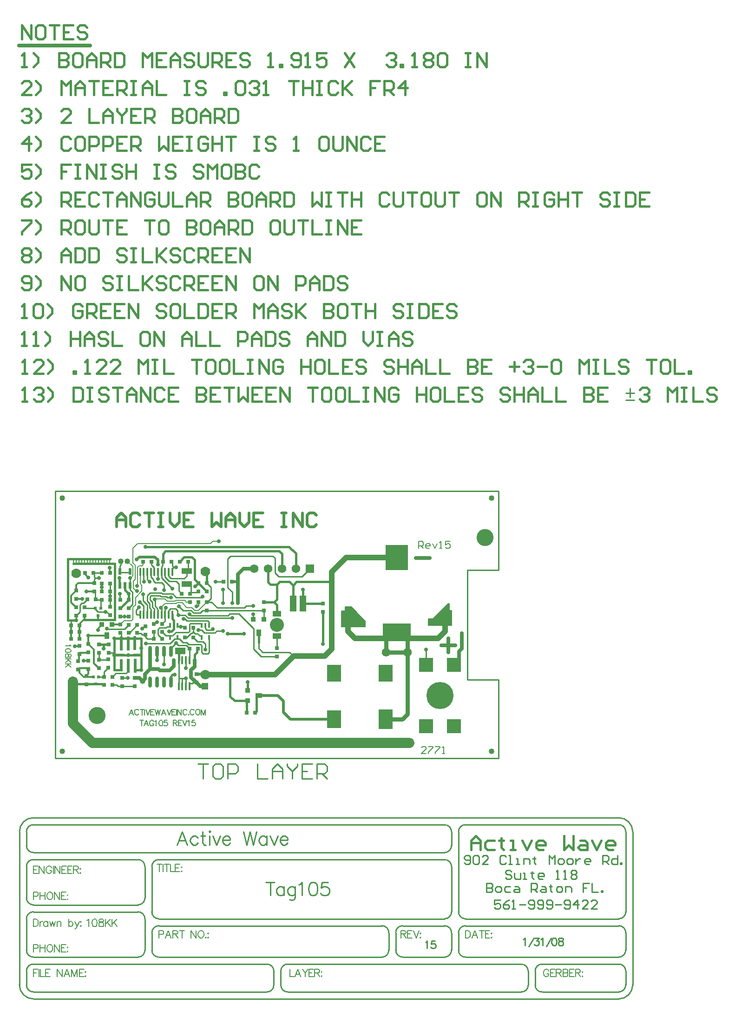
<source format=gtl>
%FSLAX24Y24*%
%MOIN*%
G70*
G01*
G75*
G04 Layer_Physical_Order=1*
G04 Layer_Color=255*
%ADD10O,0.0240X0.0800*%
%ADD11R,0.0300X0.0300*%
%ADD12R,0.0360X0.0360*%
%ADD13R,0.0500X0.0360*%
%ADD14R,0.0360X0.0360*%
%ADD15R,0.0360X0.0500*%
%ADD16C,0.0400*%
%ADD17R,0.0200X0.0500*%
%ADD18R,0.0236X0.0236*%
%ADD19R,0.0300X0.0300*%
%ADD20R,0.0740X0.0450*%
%ADD21R,0.0748X0.0433*%
%ADD22O,0.0160X0.0600*%
%ADD23R,0.0236X0.1000*%
%ADD24R,0.0236X0.0900*%
%ADD25R,0.0700X0.0236*%
%ADD26R,0.0900X0.0236*%
%ADD27O,0.0160X0.0600*%
%ADD28R,0.0138X0.0354*%
%ADD29R,0.0250X0.0300*%
%ADD30R,0.0640X0.0440*%
%ADD31R,0.0492X0.1181*%
%ADD32R,0.1000X0.1000*%
%ADD33R,0.1000X0.1400*%
%ADD34R,0.1000X0.1300*%
%ADD35R,0.1000X0.1200*%
%ADD36R,0.0138X0.0354*%
%ADD37R,0.0100X0.0100*%
%ADD38R,0.2000X0.1000*%
%ADD39R,0.1600X0.1800*%
%ADD40C,0.0120*%
%ADD41C,0.0150*%
%ADD42C,0.0100*%
%ADD43C,0.0400*%
%ADD44C,0.0250*%
%ADD45C,0.0160*%
%ADD46C,0.0200*%
%ADD47C,0.0140*%
%ADD48C,0.0300*%
%ADD49C,0.0740*%
%ADD50C,0.0060*%
%ADD51C,0.0080*%
%ADD52C,0.0090*%
%ADD53C,0.0050*%
%ADD54R,0.0500X0.0500*%
%ADD55C,0.0700*%
%ADD56C,0.0620*%
%ADD57R,0.0620X0.0620*%
%ADD58C,0.1220*%
%ADD59C,0.1000*%
%ADD60C,0.1950*%
%ADD61C,0.0280*%
D10*
X7780Y4950D02*
D03*
X6780Y7150D02*
D03*
X7780D02*
D03*
X7280D02*
D03*
X6280D02*
D03*
X7280Y4950D02*
D03*
X6780D02*
D03*
X6280D02*
D03*
D11*
X10360Y10710D02*
D03*
Y10110D02*
D03*
X14450Y10100D02*
D03*
X2610Y7660D02*
D03*
X5204Y5266D02*
D03*
X1710Y4810D02*
D03*
X9609Y4930D02*
D03*
X3310Y7660D02*
D03*
X10350Y12060D02*
D03*
X4160Y9080D02*
D03*
X3300Y6610D02*
D03*
X2610Y6550D02*
D03*
Y7060D02*
D03*
Y5950D02*
D03*
X1860Y7710D02*
D03*
X5204Y4666D02*
D03*
X4304D02*
D03*
X3300Y6010D02*
D03*
X1240Y6950D02*
D03*
X1110Y6469D02*
D03*
X1860Y7110D02*
D03*
X1110Y5869D02*
D03*
X1710Y5410D02*
D03*
X1240Y7550D02*
D03*
X4160Y8480D02*
D03*
X14450Y10700D02*
D03*
X10350Y11460D02*
D03*
X4304Y5266D02*
D03*
X3310Y7060D02*
D03*
X9609Y5530D02*
D03*
X2290Y11470D02*
D03*
Y12070D02*
D03*
X990Y10320D02*
D03*
Y9720D02*
D03*
X3420Y10350D02*
D03*
X1590Y9720D02*
D03*
X3420Y9750D02*
D03*
X1590Y10320D02*
D03*
X15400Y7400D02*
D03*
X1850Y6510D02*
D03*
Y5910D02*
D03*
X990Y11520D02*
D03*
Y10920D02*
D03*
X5960Y8960D02*
D03*
Y8360D02*
D03*
X4160Y10260D02*
D03*
X15400Y6800D02*
D03*
X4160Y9660D02*
D03*
X9760Y12060D02*
D03*
Y11460D02*
D03*
X4760Y9660D02*
D03*
X18700Y10600D02*
D03*
Y10000D02*
D03*
X4760Y10260D02*
D03*
D12*
X13290Y4370D02*
D03*
Y3620D02*
D03*
D13*
X14090Y3990D02*
D03*
D14*
X14450Y9450D02*
D03*
X13702D02*
D03*
X2810Y9080D02*
D03*
X3560D02*
D03*
D15*
X14076Y8505D02*
D03*
X3180Y8280D02*
D03*
D16*
X30800Y0D02*
D03*
X0Y18150D02*
D03*
X30800D02*
D03*
X0Y0D02*
D03*
X5760Y5020D02*
D03*
X4670Y13640D02*
D03*
X4190D02*
D03*
D17*
X4110Y11910D02*
D03*
Y12910D02*
D03*
X4860D02*
D03*
X4480Y11910D02*
D03*
X4860D02*
D03*
D18*
X2407Y4818D02*
D03*
X2604Y5330D02*
D03*
X2210D02*
D03*
X2764Y10250D02*
D03*
X2567Y9738D02*
D03*
X2370Y10250D02*
D03*
D19*
X7810Y13610D02*
D03*
X3004Y4766D02*
D03*
X7210Y13610D02*
D03*
X3410Y12810D02*
D03*
X6400Y13600D02*
D03*
X3604Y4766D02*
D03*
X2990Y5340D02*
D03*
X3590D02*
D03*
X2820Y11450D02*
D03*
Y12030D02*
D03*
Y10850D02*
D03*
X2400Y10880D02*
D03*
X2810Y12810D02*
D03*
X1800Y10880D02*
D03*
X640Y8050D02*
D03*
Y8550D02*
D03*
Y9040D02*
D03*
X3420Y10850D02*
D03*
Y11450D02*
D03*
Y12030D02*
D03*
X1240Y9040D02*
D03*
Y8050D02*
D03*
Y8550D02*
D03*
X4160Y10860D02*
D03*
X4760D02*
D03*
X13840Y2770D02*
D03*
X13240D02*
D03*
X9110Y7360D02*
D03*
X9710D02*
D03*
X4760Y9060D02*
D03*
X5360D02*
D03*
Y8510D02*
D03*
X4760D02*
D03*
X7160Y8060D02*
D03*
X6560D02*
D03*
Y8560D02*
D03*
X7160D02*
D03*
X9160Y11310D02*
D03*
X8560D02*
D03*
X8410Y13610D02*
D03*
X9010D02*
D03*
X9760Y10710D02*
D03*
X9160D02*
D03*
X5800Y13600D02*
D03*
X2210Y12810D02*
D03*
X1610D02*
D03*
X9400Y8150D02*
D03*
X8800D02*
D03*
Y8850D02*
D03*
X9400D02*
D03*
X12150Y12150D02*
D03*
X11550D02*
D03*
D20*
X8460Y7180D02*
D03*
D21*
X8910Y11988D02*
D03*
Y12932D02*
D03*
D22*
X8342Y6540D02*
D03*
X8598Y4672D02*
D03*
X8854D02*
D03*
X8342D02*
D03*
X9110Y6540D02*
D03*
X8854D02*
D03*
X9110Y4672D02*
D03*
X8598Y6540D02*
D03*
D23*
X4710Y6119D02*
D03*
X5210D02*
D03*
X5200Y7750D02*
D03*
X4710Y7740D02*
D03*
X4210D02*
D03*
D24*
Y6169D02*
D03*
D25*
X5431Y6903D02*
D03*
D26*
X4011Y6903D02*
D03*
D27*
X7880Y9789D02*
D03*
X6345Y12860D02*
D03*
X7368D02*
D03*
X6600Y9789D02*
D03*
X6856D02*
D03*
X6345D02*
D03*
X7112Y12860D02*
D03*
X7368Y9789D02*
D03*
X7624D02*
D03*
X7880Y12860D02*
D03*
X5577D02*
D03*
X5833Y9789D02*
D03*
X6856Y12860D02*
D03*
X6600D02*
D03*
X7624D02*
D03*
X6089D02*
D03*
X5833D02*
D03*
X5577Y9789D02*
D03*
X7112D02*
D03*
X6089D02*
D03*
D28*
X7990Y9043D02*
D03*
X7734D02*
D03*
Y8177D02*
D03*
X8246D02*
D03*
Y9043D02*
D03*
X10004D02*
D03*
X10260D02*
D03*
X10004Y8177D02*
D03*
X10516D02*
D03*
D29*
X7150Y9130D02*
D03*
X6550D02*
D03*
D30*
X15401Y8270D02*
D03*
Y9870D02*
D03*
D31*
X16561Y10600D02*
D03*
X17250D02*
D03*
D32*
X28100Y6200D02*
D03*
Y1800D02*
D03*
X26100D02*
D03*
Y6200D02*
D03*
D33*
X23200Y2300D02*
D03*
D34*
X19500D02*
D03*
D35*
X19500Y5600D02*
D03*
X23200D02*
D03*
D36*
X10516Y9043D02*
D03*
D37*
X20785Y9626D02*
D03*
X27185D02*
D03*
D38*
X23985Y8651D02*
D03*
D39*
Y13890D02*
D03*
D40*
X1860Y8280D02*
X3180D01*
X1860Y7710D02*
Y8280D01*
X2260Y6300D02*
X2610Y5950D01*
X2260Y6300D02*
Y7310D01*
X1860Y7710D02*
X2260Y7310D01*
X4160Y8480D02*
X4210Y8530D01*
X1800Y7050D02*
X1860Y7110D01*
X1510Y6510D02*
X1850D01*
X1230Y5960D02*
X1800D01*
X1850Y5910D01*
X1230Y5630D02*
X1530Y5330D01*
X3560Y9080D02*
X4160D01*
X1850Y5550D02*
Y5910D01*
X1710Y5410D02*
X1850Y5550D01*
X890Y7540D02*
X1240D01*
X1530Y5330D02*
X1710D01*
X2210D01*
X1230Y5630D02*
Y5869D01*
Y5960D01*
X1200Y6400D02*
Y6469D01*
Y6950D01*
Y6990D01*
X1240Y7050D02*
X1800D01*
D41*
X16750Y13100D02*
Y14180D01*
X5970Y14660D02*
X16270D01*
X16750Y14180D01*
X15600Y12150D02*
X16300D01*
X16800D02*
X19330D01*
X12040Y3930D02*
Y5500D01*
X15401Y11951D02*
X15600Y12150D01*
X14929Y11951D02*
X15401D01*
X14750Y12130D02*
X14929Y11951D01*
X14750Y12130D02*
Y13100D01*
X7400Y14360D02*
X15550D01*
X7210Y13610D02*
Y14170D01*
X7400Y14360D01*
X15750Y13100D02*
Y14160D01*
X15550Y14360D02*
X15750Y14160D01*
X7840Y8610D02*
X7990Y8760D01*
X7660Y8610D02*
X7840D01*
X9490Y12320D02*
Y13720D01*
X7890Y5480D02*
X8060D01*
X7780Y5370D02*
X7890Y5480D01*
X7780Y4950D02*
Y5370D01*
X11860Y8430D02*
X13030D01*
X13290Y4370D02*
Y4960D01*
X10350Y12060D02*
Y12800D01*
X14080Y7810D02*
Y8501D01*
X14076Y8505D02*
X14080Y8501D01*
X9660Y7100D02*
Y7310D01*
X9710Y7360D01*
X9480Y6920D02*
X9660Y7100D01*
X9290Y13920D02*
X9490Y13720D01*
X8720Y13920D02*
X9290D01*
X8410Y13610D02*
X8720Y13920D01*
X10250Y12900D02*
X10350Y12800D01*
X13840Y2770D02*
X13920Y2850D01*
Y3940D02*
X13970Y3990D01*
X13920Y2850D02*
Y3940D01*
X13240Y2770D02*
Y3570D01*
X12350Y3620D02*
X13290D01*
X12040Y3930D02*
X12350Y3620D01*
X4160Y10260D02*
X4760Y10860D01*
X6780Y6530D02*
Y7150D01*
X6780Y6530D02*
X6780Y6530D01*
X4090Y12020D02*
Y12440D01*
X14450Y10700D02*
X15201D01*
X15401Y9870D02*
Y10500D01*
X15201Y10700D02*
X15401Y10500D01*
X15201Y10700D02*
X15401Y10900D01*
X9480Y6530D02*
X9480Y6920D01*
X4480Y11570D02*
X4770Y11280D01*
X4760Y10860D02*
Y11270D01*
X4770Y11280D01*
X4480Y11570D02*
Y11910D01*
X7880Y9510D02*
Y9789D01*
Y9510D02*
X7990Y9400D01*
X15401Y10900D02*
Y11951D01*
X3710Y5830D02*
X4210D01*
X4710Y7880D02*
Y8080D01*
X5210Y5830D02*
X5660D01*
X952Y4818D02*
X1710D01*
X2407D01*
X2952D01*
X16300Y12150D02*
X16550Y11900D01*
X16800Y12150D01*
X16550Y10611D02*
Y11900D01*
X17250Y10600D02*
X18700D01*
Y7700D02*
Y10000D01*
X17250Y10600D02*
Y11590D01*
X3710Y5830D02*
Y8080D01*
X5660D01*
X3891Y6903D02*
X5512D01*
X5660Y5830D02*
Y8080D01*
X7990Y8760D02*
Y9400D01*
X9490Y12320D02*
X10350Y11460D01*
X9520Y11820D02*
X9760Y12060D01*
X2960Y7370D02*
Y7660D01*
X2610D02*
X3310D01*
X29335Y-7069D02*
Y-6403D01*
X29668Y-6069D01*
X30002Y-6403D01*
Y-7069D01*
Y-6569D01*
X29335D01*
X31001Y-6403D02*
X30502D01*
X30335Y-6569D01*
Y-6902D01*
X30502Y-7069D01*
X31001D01*
X31501Y-6236D02*
Y-6403D01*
X31335D01*
X31668D01*
X31501D01*
Y-6902D01*
X31668Y-7069D01*
X32168D02*
X32501D01*
X32334D01*
Y-6403D01*
X32168D01*
X33001D02*
X33334Y-7069D01*
X33667Y-6403D01*
X34500Y-7069D02*
X34167D01*
X34000Y-6902D01*
Y-6569D01*
X34167Y-6403D01*
X34500D01*
X34667Y-6569D01*
Y-6736D01*
X34000D01*
X36000Y-6069D02*
Y-7069D01*
X36333Y-6736D01*
X36666Y-7069D01*
Y-6069D01*
X37166Y-6403D02*
X37499D01*
X37666Y-6569D01*
Y-7069D01*
X37166D01*
X36999Y-6902D01*
X37166Y-6736D01*
X37666D01*
X37999Y-6403D02*
X38332Y-7069D01*
X38666Y-6403D01*
X39499Y-7069D02*
X39165D01*
X38999Y-6902D01*
Y-6569D01*
X39165Y-6403D01*
X39499D01*
X39665Y-6569D01*
Y-6736D01*
X38999D01*
X-2884Y25105D02*
X-2551D01*
X-2717D01*
Y26105D01*
X-2884Y25938D01*
X-2051D02*
X-1884Y26105D01*
X-1551D01*
X-1385Y25938D01*
Y25771D01*
X-1551Y25605D01*
X-1718D01*
X-1551D01*
X-1385Y25438D01*
Y25272D01*
X-1551Y25105D01*
X-1884D01*
X-2051Y25272D01*
X-1051Y25105D02*
X-718Y25438D01*
Y25771D01*
X-1051Y26105D01*
X781D02*
Y25105D01*
X1281D01*
X1448Y25272D01*
Y25938D01*
X1281Y26105D01*
X781D01*
X1781D02*
X2114D01*
X1948D01*
Y25105D01*
X1781D01*
X2114D01*
X3281Y25938D02*
X3114Y26105D01*
X2781D01*
X2614Y25938D01*
Y25771D01*
X2781Y25605D01*
X3114D01*
X3281Y25438D01*
Y25272D01*
X3114Y25105D01*
X2781D01*
X2614Y25272D01*
X3614Y26105D02*
X4280D01*
X3947D01*
Y25105D01*
X4614D02*
Y25771D01*
X4947Y26105D01*
X5280Y25771D01*
Y25105D01*
Y25605D01*
X4614D01*
X5613Y25105D02*
Y26105D01*
X6280Y25105D01*
Y26105D01*
X7279Y25938D02*
X7113Y26105D01*
X6780D01*
X6613Y25938D01*
Y25272D01*
X6780Y25105D01*
X7113D01*
X7279Y25272D01*
X8279Y26105D02*
X7613D01*
Y25105D01*
X8279D01*
X7613Y25605D02*
X7946D01*
X9612Y26105D02*
Y25105D01*
X10112D01*
X10278Y25272D01*
Y25438D01*
X10112Y25605D01*
X9612D01*
X10112D01*
X10278Y25771D01*
Y25938D01*
X10112Y26105D01*
X9612D01*
X11278D02*
X10612D01*
Y25105D01*
X11278D01*
X10612Y25605D02*
X10945D01*
X11611Y26105D02*
X12278D01*
X11945D01*
Y25105D01*
X12611Y26105D02*
Y25105D01*
X12944Y25438D01*
X13277Y25105D01*
Y26105D01*
X14277D02*
X13611D01*
Y25105D01*
X14277D01*
X13611Y25605D02*
X13944D01*
X15277Y26105D02*
X14610D01*
Y25105D01*
X15277D01*
X14610Y25605D02*
X14944D01*
X15610Y25105D02*
Y26105D01*
X16276Y25105D01*
Y26105D01*
X17609D02*
X18276D01*
X17943D01*
Y25105D01*
X19109Y26105D02*
X18776D01*
X18609Y25938D01*
Y25272D01*
X18776Y25105D01*
X19109D01*
X19275Y25272D01*
Y25938D01*
X19109Y26105D01*
X20109D02*
X19775D01*
X19609Y25938D01*
Y25272D01*
X19775Y25105D01*
X20109D01*
X20275Y25272D01*
Y25938D01*
X20109Y26105D01*
X20608D02*
Y25105D01*
X21275D01*
X21608Y26105D02*
X21941D01*
X21775D01*
Y25105D01*
X21608D01*
X21941D01*
X22441D02*
Y26105D01*
X23108Y25105D01*
Y26105D01*
X24107Y25938D02*
X23941Y26105D01*
X23607D01*
X23441Y25938D01*
Y25272D01*
X23607Y25105D01*
X23941D01*
X24107Y25272D01*
Y25605D01*
X23774D01*
X25440Y26105D02*
Y25105D01*
Y25605D01*
X26107D01*
Y26105D01*
Y25105D01*
X26940Y26105D02*
X26606D01*
X26440Y25938D01*
Y25272D01*
X26606Y25105D01*
X26940D01*
X27106Y25272D01*
Y25938D01*
X26940Y26105D01*
X27439D02*
Y25105D01*
X28106D01*
X29106Y26105D02*
X28439D01*
Y25105D01*
X29106D01*
X28439Y25605D02*
X28772D01*
X30105Y25938D02*
X29939Y26105D01*
X29605D01*
X29439Y25938D01*
Y25771D01*
X29605Y25605D01*
X29939D01*
X30105Y25438D01*
Y25272D01*
X29939Y25105D01*
X29605D01*
X29439Y25272D01*
X32105Y25938D02*
X31938Y26105D01*
X31605D01*
X31438Y25938D01*
Y25771D01*
X31605Y25605D01*
X31938D01*
X32105Y25438D01*
Y25272D01*
X31938Y25105D01*
X31605D01*
X31438Y25272D01*
X32438Y26105D02*
Y25105D01*
Y25605D01*
X33104D01*
Y26105D01*
Y25105D01*
X33438D02*
Y25771D01*
X33771Y26105D01*
X34104Y25771D01*
Y25105D01*
Y25605D01*
X33438D01*
X34437Y26105D02*
Y25105D01*
X35104D01*
X35437Y26105D02*
Y25105D01*
X36103D01*
X37436Y26105D02*
Y25105D01*
X37936D01*
X38103Y25272D01*
Y25438D01*
X37936Y25605D01*
X37436D01*
X37936D01*
X38103Y25771D01*
Y25938D01*
X37936Y26105D01*
X37436D01*
X39102D02*
X38436D01*
Y25105D01*
X39102D01*
X38436Y25605D02*
X38769D01*
X41435Y25938D02*
X41602Y26105D01*
X41935D01*
X42101Y25938D01*
Y25771D01*
X41935Y25605D01*
X41768D01*
X41935D01*
X42101Y25438D01*
Y25272D01*
X41935Y25105D01*
X41602D01*
X41435Y25272D01*
X43434Y25105D02*
Y26105D01*
X43768Y25771D01*
X44101Y26105D01*
Y25105D01*
X44434Y26105D02*
X44767D01*
X44601D01*
Y25105D01*
X44434D01*
X44767D01*
X45267Y26105D02*
Y25105D01*
X45934D01*
X46933Y25938D02*
X46767Y26105D01*
X46433D01*
X46267Y25938D01*
Y25771D01*
X46433Y25605D01*
X46767D01*
X46933Y25438D01*
Y25272D01*
X46767Y25105D01*
X46433D01*
X46267Y25272D01*
X-2894Y29085D02*
X-2561D01*
X-2727D01*
Y30085D01*
X-2894Y29918D01*
X-2061Y29085D02*
X-1728D01*
X-1894D01*
Y30085D01*
X-2061Y29918D01*
X-1228Y29085D02*
X-895Y29418D01*
Y29751D01*
X-1228Y30085D01*
X605D02*
Y29085D01*
Y29585D01*
X1271D01*
Y30085D01*
Y29085D01*
X1605D02*
Y29751D01*
X1938Y30085D01*
X2271Y29751D01*
Y29085D01*
Y29585D01*
X1605D01*
X3271Y29918D02*
X3104Y30085D01*
X2771D01*
X2604Y29918D01*
Y29751D01*
X2771Y29585D01*
X3104D01*
X3271Y29418D01*
Y29252D01*
X3104Y29085D01*
X2771D01*
X2604Y29252D01*
X3604Y30085D02*
Y29085D01*
X4270D01*
X6103Y30085D02*
X5770D01*
X5603Y29918D01*
Y29252D01*
X5770Y29085D01*
X6103D01*
X6270Y29252D01*
Y29918D01*
X6103Y30085D01*
X6603Y29085D02*
Y30085D01*
X7269Y29085D01*
Y30085D01*
X8602Y29085D02*
Y29751D01*
X8935Y30085D01*
X9269Y29751D01*
Y29085D01*
Y29585D01*
X8602D01*
X9602Y30085D02*
Y29085D01*
X10268D01*
X10602Y30085D02*
Y29085D01*
X11268D01*
X12601D02*
Y30085D01*
X13101D01*
X13267Y29918D01*
Y29585D01*
X13101Y29418D01*
X12601D01*
X13601Y29085D02*
Y29751D01*
X13934Y30085D01*
X14267Y29751D01*
Y29085D01*
Y29585D01*
X13601D01*
X14600Y30085D02*
Y29085D01*
X15100D01*
X15267Y29252D01*
Y29918D01*
X15100Y30085D01*
X14600D01*
X16266Y29918D02*
X16100Y30085D01*
X15767D01*
X15600Y29918D01*
Y29751D01*
X15767Y29585D01*
X16100D01*
X16266Y29418D01*
Y29252D01*
X16100Y29085D01*
X15767D01*
X15600Y29252D01*
X17599Y29085D02*
Y29751D01*
X17933Y30085D01*
X18266Y29751D01*
Y29085D01*
Y29585D01*
X17599D01*
X18599Y29085D02*
Y30085D01*
X19265Y29085D01*
Y30085D01*
X19599D02*
Y29085D01*
X20099D01*
X20265Y29252D01*
Y29918D01*
X20099Y30085D01*
X19599D01*
X21598D02*
Y29418D01*
X21931Y29085D01*
X22264Y29418D01*
Y30085D01*
X22598D02*
X22931D01*
X22764D01*
Y29085D01*
X22598D01*
X22931D01*
X23431D02*
Y29751D01*
X23764Y30085D01*
X24097Y29751D01*
Y29085D01*
Y29585D01*
X23431D01*
X25097Y29918D02*
X24930Y30085D01*
X24597D01*
X24430Y29918D01*
Y29751D01*
X24597Y29585D01*
X24930D01*
X25097Y29418D01*
Y29252D01*
X24930Y29085D01*
X24597D01*
X24430Y29252D01*
X-2228Y47085D02*
X-2894D01*
X-2228Y47751D01*
Y47918D01*
X-2394Y48085D01*
X-2727D01*
X-2894Y47918D01*
X-1894Y47085D02*
X-1561Y47418D01*
Y47751D01*
X-1894Y48085D01*
X-62Y47085D02*
Y48085D01*
X272Y47751D01*
X605Y48085D01*
Y47085D01*
X938D02*
Y47751D01*
X1271Y48085D01*
X1605Y47751D01*
Y47085D01*
Y47585D01*
X938D01*
X1938Y48085D02*
X2604D01*
X2271D01*
Y47085D01*
X3604Y48085D02*
X2937D01*
Y47085D01*
X3604D01*
X2937Y47585D02*
X3271D01*
X3937Y47085D02*
Y48085D01*
X4437D01*
X4604Y47918D01*
Y47585D01*
X4437Y47418D01*
X3937D01*
X4270D02*
X4604Y47085D01*
X4937Y48085D02*
X5270D01*
X5103D01*
Y47085D01*
X4937D01*
X5270D01*
X5770D02*
Y47751D01*
X6103Y48085D01*
X6436Y47751D01*
Y47085D01*
Y47585D01*
X5770D01*
X6769Y48085D02*
Y47085D01*
X7436D01*
X8769Y48085D02*
X9102D01*
X8935D01*
Y47085D01*
X8769D01*
X9102D01*
X10268Y47918D02*
X10102Y48085D01*
X9769D01*
X9602Y47918D01*
Y47751D01*
X9769Y47585D01*
X10102D01*
X10268Y47418D01*
Y47252D01*
X10102Y47085D01*
X9769D01*
X9602Y47252D01*
X11601Y47085D02*
Y47252D01*
X11768D01*
Y47085D01*
X11601D01*
X12434Y47918D02*
X12601Y48085D01*
X12934D01*
X13101Y47918D01*
Y47252D01*
X12934Y47085D01*
X12601D01*
X12434Y47252D01*
Y47918D01*
X13434D02*
X13601Y48085D01*
X13934D01*
X14100Y47918D01*
Y47751D01*
X13934Y47585D01*
X13767D01*
X13934D01*
X14100Y47418D01*
Y47252D01*
X13934Y47085D01*
X13601D01*
X13434Y47252D01*
X14434Y47085D02*
X14767D01*
X14600D01*
Y48085D01*
X14434Y47918D01*
X16266Y48085D02*
X16933D01*
X16600D01*
Y47085D01*
X17266Y48085D02*
Y47085D01*
Y47585D01*
X17933D01*
Y48085D01*
Y47085D01*
X18266Y48085D02*
X18599D01*
X18432D01*
Y47085D01*
X18266D01*
X18599D01*
X19765Y47918D02*
X19599Y48085D01*
X19265D01*
X19099Y47918D01*
Y47252D01*
X19265Y47085D01*
X19599D01*
X19765Y47252D01*
X20099Y48085D02*
Y47085D01*
Y47418D01*
X20765Y48085D01*
X20265Y47585D01*
X20765Y47085D01*
X22764Y48085D02*
X22098D01*
Y47585D01*
X22431D01*
X22098D01*
Y47085D01*
X23098D02*
Y48085D01*
X23597D01*
X23764Y47918D01*
Y47585D01*
X23597Y47418D01*
X23098D01*
X23431D02*
X23764Y47085D01*
X24597D02*
Y48085D01*
X24097Y47585D01*
X24764D01*
X-2894Y33252D02*
X-2727Y33085D01*
X-2394D01*
X-2228Y33252D01*
Y33918D01*
X-2394Y34085D01*
X-2727D01*
X-2894Y33918D01*
Y33751D01*
X-2727Y33585D01*
X-2228D01*
X-1894Y33085D02*
X-1561Y33418D01*
Y33751D01*
X-1894Y34085D01*
X-62Y33085D02*
Y34085D01*
X605Y33085D01*
Y34085D01*
X1438D02*
X1105D01*
X938Y33918D01*
Y33252D01*
X1105Y33085D01*
X1438D01*
X1605Y33252D01*
Y33918D01*
X1438Y34085D01*
X3604Y33918D02*
X3437Y34085D01*
X3104D01*
X2937Y33918D01*
Y33751D01*
X3104Y33585D01*
X3437D01*
X3604Y33418D01*
Y33252D01*
X3437Y33085D01*
X3104D01*
X2937Y33252D01*
X3937Y34085D02*
X4270D01*
X4104D01*
Y33085D01*
X3937D01*
X4270D01*
X4770Y34085D02*
Y33085D01*
X5437D01*
X5770Y34085D02*
Y33085D01*
Y33418D01*
X6436Y34085D01*
X5936Y33585D01*
X6436Y33085D01*
X7436Y33918D02*
X7269Y34085D01*
X6936D01*
X6769Y33918D01*
Y33751D01*
X6936Y33585D01*
X7269D01*
X7436Y33418D01*
Y33252D01*
X7269Y33085D01*
X6936D01*
X6769Y33252D01*
X8436Y33918D02*
X8269Y34085D01*
X7936D01*
X7769Y33918D01*
Y33252D01*
X7936Y33085D01*
X8269D01*
X8436Y33252D01*
X8769Y33085D02*
Y34085D01*
X9269D01*
X9435Y33918D01*
Y33585D01*
X9269Y33418D01*
X8769D01*
X9102D02*
X9435Y33085D01*
X10435Y34085D02*
X9769D01*
Y33085D01*
X10435D01*
X9769Y33585D02*
X10102D01*
X11435Y34085D02*
X10768D01*
Y33085D01*
X11435D01*
X10768Y33585D02*
X11101D01*
X11768Y33085D02*
Y34085D01*
X12434Y33085D01*
Y34085D01*
X14267D02*
X13934D01*
X13767Y33918D01*
Y33252D01*
X13934Y33085D01*
X14267D01*
X14434Y33252D01*
Y33918D01*
X14267Y34085D01*
X14767Y33085D02*
Y34085D01*
X15433Y33085D01*
Y34085D01*
X16766Y33085D02*
Y34085D01*
X17266D01*
X17433Y33918D01*
Y33585D01*
X17266Y33418D01*
X16766D01*
X17766Y33085D02*
Y33751D01*
X18099Y34085D01*
X18432Y33751D01*
Y33085D01*
Y33585D01*
X17766D01*
X18766Y34085D02*
Y33085D01*
X19265D01*
X19432Y33252D01*
Y33918D01*
X19265Y34085D01*
X18766D01*
X20432Y33918D02*
X20265Y34085D01*
X19932D01*
X19765Y33918D01*
Y33751D01*
X19932Y33585D01*
X20265D01*
X20432Y33418D01*
Y33252D01*
X20265Y33085D01*
X19932D01*
X19765Y33252D01*
X-2894Y35918D02*
X-2727Y36085D01*
X-2394D01*
X-2228Y35918D01*
Y35751D01*
X-2394Y35585D01*
X-2228Y35418D01*
Y35252D01*
X-2394Y35085D01*
X-2727D01*
X-2894Y35252D01*
Y35418D01*
X-2727Y35585D01*
X-2894Y35751D01*
Y35918D01*
X-2727Y35585D02*
X-2394D01*
X-1894Y35085D02*
X-1561Y35418D01*
Y35751D01*
X-1894Y36085D01*
X-62Y35085D02*
Y35751D01*
X272Y36085D01*
X605Y35751D01*
Y35085D01*
Y35585D01*
X-62D01*
X938Y36085D02*
Y35085D01*
X1438D01*
X1605Y35252D01*
Y35918D01*
X1438Y36085D01*
X938D01*
X1938D02*
Y35085D01*
X2438D01*
X2604Y35252D01*
Y35918D01*
X2438Y36085D01*
X1938D01*
X4604Y35918D02*
X4437Y36085D01*
X4104D01*
X3937Y35918D01*
Y35751D01*
X4104Y35585D01*
X4437D01*
X4604Y35418D01*
Y35252D01*
X4437Y35085D01*
X4104D01*
X3937Y35252D01*
X4937Y36085D02*
X5270D01*
X5103D01*
Y35085D01*
X4937D01*
X5270D01*
X5770Y36085D02*
Y35085D01*
X6436D01*
X6769Y36085D02*
Y35085D01*
Y35418D01*
X7436Y36085D01*
X6936Y35585D01*
X7436Y35085D01*
X8436Y35918D02*
X8269Y36085D01*
X7936D01*
X7769Y35918D01*
Y35751D01*
X7936Y35585D01*
X8269D01*
X8436Y35418D01*
Y35252D01*
X8269Y35085D01*
X7936D01*
X7769Y35252D01*
X9435Y35918D02*
X9269Y36085D01*
X8935D01*
X8769Y35918D01*
Y35252D01*
X8935Y35085D01*
X9269D01*
X9435Y35252D01*
X9769Y35085D02*
Y36085D01*
X10268D01*
X10435Y35918D01*
Y35585D01*
X10268Y35418D01*
X9769D01*
X10102D02*
X10435Y35085D01*
X11435Y36085D02*
X10768D01*
Y35085D01*
X11435D01*
X10768Y35585D02*
X11101D01*
X12434Y36085D02*
X11768D01*
Y35085D01*
X12434D01*
X11768Y35585D02*
X12101D01*
X12768Y35085D02*
Y36085D01*
X13434Y35085D01*
Y36085D01*
X-2894Y38085D02*
X-2228D01*
Y37918D01*
X-2894Y37252D01*
Y37085D01*
X-1894D02*
X-1561Y37418D01*
Y37751D01*
X-1894Y38085D01*
X-62Y37085D02*
Y38085D01*
X438D01*
X605Y37918D01*
Y37585D01*
X438Y37418D01*
X-62D01*
X272D02*
X605Y37085D01*
X1438Y38085D02*
X1105D01*
X938Y37918D01*
Y37252D01*
X1105Y37085D01*
X1438D01*
X1605Y37252D01*
Y37918D01*
X1438Y38085D01*
X1938D02*
Y37252D01*
X2104Y37085D01*
X2438D01*
X2604Y37252D01*
Y38085D01*
X2937D02*
X3604D01*
X3271D01*
Y37085D01*
X4604Y38085D02*
X3937D01*
Y37085D01*
X4604D01*
X3937Y37585D02*
X4270D01*
X5936Y38085D02*
X6603D01*
X6270D01*
Y37085D01*
X7436Y38085D02*
X7103D01*
X6936Y37918D01*
Y37252D01*
X7103Y37085D01*
X7436D01*
X7603Y37252D01*
Y37918D01*
X7436Y38085D01*
X8935D02*
Y37085D01*
X9435D01*
X9602Y37252D01*
Y37418D01*
X9435Y37585D01*
X8935D01*
X9435D01*
X9602Y37751D01*
Y37918D01*
X9435Y38085D01*
X8935D01*
X10435D02*
X10102D01*
X9935Y37918D01*
Y37252D01*
X10102Y37085D01*
X10435D01*
X10602Y37252D01*
Y37918D01*
X10435Y38085D01*
X10935Y37085D02*
Y37751D01*
X11268Y38085D01*
X11601Y37751D01*
Y37085D01*
Y37585D01*
X10935D01*
X11934Y37085D02*
Y38085D01*
X12434D01*
X12601Y37918D01*
Y37585D01*
X12434Y37418D01*
X11934D01*
X12268D02*
X12601Y37085D01*
X12934Y38085D02*
Y37085D01*
X13434D01*
X13601Y37252D01*
Y37918D01*
X13434Y38085D01*
X12934D01*
X15433D02*
X15100D01*
X14934Y37918D01*
Y37252D01*
X15100Y37085D01*
X15433D01*
X15600Y37252D01*
Y37918D01*
X15433Y38085D01*
X15933D02*
Y37252D01*
X16100Y37085D01*
X16433D01*
X16600Y37252D01*
Y38085D01*
X16933D02*
X17599D01*
X17266D01*
Y37085D01*
X17933Y38085D02*
Y37085D01*
X18599D01*
X18932Y38085D02*
X19265D01*
X19099D01*
Y37085D01*
X18932D01*
X19265D01*
X19765D02*
Y38085D01*
X20432Y37085D01*
Y38085D01*
X21431D02*
X20765D01*
Y37085D01*
X21431D01*
X20765Y37585D02*
X21098D01*
X-2228Y40085D02*
X-2561Y39918D01*
X-2894Y39585D01*
Y39252D01*
X-2727Y39085D01*
X-2394D01*
X-2228Y39252D01*
Y39418D01*
X-2394Y39585D01*
X-2894D01*
X-1894Y39085D02*
X-1561Y39418D01*
Y39751D01*
X-1894Y40085D01*
X-62Y39085D02*
Y40085D01*
X438D01*
X605Y39918D01*
Y39585D01*
X438Y39418D01*
X-62D01*
X272D02*
X605Y39085D01*
X1605Y40085D02*
X938D01*
Y39085D01*
X1605D01*
X938Y39585D02*
X1271D01*
X2604Y39918D02*
X2438Y40085D01*
X2104D01*
X1938Y39918D01*
Y39252D01*
X2104Y39085D01*
X2438D01*
X2604Y39252D01*
X2937Y40085D02*
X3604D01*
X3271D01*
Y39085D01*
X3937D02*
Y39751D01*
X4270Y40085D01*
X4604Y39751D01*
Y39085D01*
Y39585D01*
X3937D01*
X4937Y39085D02*
Y40085D01*
X5603Y39085D01*
Y40085D01*
X6603Y39918D02*
X6436Y40085D01*
X6103D01*
X5936Y39918D01*
Y39252D01*
X6103Y39085D01*
X6436D01*
X6603Y39252D01*
Y39585D01*
X6270D01*
X6936Y40085D02*
Y39252D01*
X7103Y39085D01*
X7436D01*
X7603Y39252D01*
Y40085D01*
X7936D02*
Y39085D01*
X8602D01*
X8935D02*
Y39751D01*
X9269Y40085D01*
X9602Y39751D01*
Y39085D01*
Y39585D01*
X8935D01*
X9935Y39085D02*
Y40085D01*
X10435D01*
X10602Y39918D01*
Y39585D01*
X10435Y39418D01*
X9935D01*
X10268D02*
X10602Y39085D01*
X11934Y40085D02*
Y39085D01*
X12434D01*
X12601Y39252D01*
Y39418D01*
X12434Y39585D01*
X11934D01*
X12434D01*
X12601Y39751D01*
Y39918D01*
X12434Y40085D01*
X11934D01*
X13434D02*
X13101D01*
X12934Y39918D01*
Y39252D01*
X13101Y39085D01*
X13434D01*
X13601Y39252D01*
Y39918D01*
X13434Y40085D01*
X13934Y39085D02*
Y39751D01*
X14267Y40085D01*
X14600Y39751D01*
Y39085D01*
Y39585D01*
X13934D01*
X14934Y39085D02*
Y40085D01*
X15433D01*
X15600Y39918D01*
Y39585D01*
X15433Y39418D01*
X14934D01*
X15267D02*
X15600Y39085D01*
X15933Y40085D02*
Y39085D01*
X16433D01*
X16600Y39252D01*
Y39918D01*
X16433Y40085D01*
X15933D01*
X17933D02*
Y39085D01*
X18266Y39418D01*
X18599Y39085D01*
Y40085D01*
X18932D02*
X19265D01*
X19099D01*
Y39085D01*
X18932D01*
X19265D01*
X19765Y40085D02*
X20432D01*
X20099D01*
Y39085D01*
X20765Y40085D02*
Y39085D01*
Y39585D01*
X21431D01*
Y40085D01*
Y39085D01*
X23431Y39918D02*
X23264Y40085D01*
X22931D01*
X22764Y39918D01*
Y39252D01*
X22931Y39085D01*
X23264D01*
X23431Y39252D01*
X23764Y40085D02*
Y39252D01*
X23931Y39085D01*
X24264D01*
X24430Y39252D01*
Y40085D01*
X24764D02*
X25430D01*
X25097D01*
Y39085D01*
X26263Y40085D02*
X25930D01*
X25763Y39918D01*
Y39252D01*
X25930Y39085D01*
X26263D01*
X26430Y39252D01*
Y39918D01*
X26263Y40085D01*
X26763D02*
Y39252D01*
X26930Y39085D01*
X27263D01*
X27429Y39252D01*
Y40085D01*
X27763D02*
X28429D01*
X28096D01*
Y39085D01*
X30262Y40085D02*
X29929D01*
X29762Y39918D01*
Y39252D01*
X29929Y39085D01*
X30262D01*
X30429Y39252D01*
Y39918D01*
X30262Y40085D01*
X30762Y39085D02*
Y40085D01*
X31428Y39085D01*
Y40085D01*
X32761Y39085D02*
Y40085D01*
X33261D01*
X33428Y39918D01*
Y39585D01*
X33261Y39418D01*
X32761D01*
X33094D02*
X33428Y39085D01*
X33761Y40085D02*
X34094D01*
X33927D01*
Y39085D01*
X33761D01*
X34094D01*
X35260Y39918D02*
X35094Y40085D01*
X34760D01*
X34594Y39918D01*
Y39252D01*
X34760Y39085D01*
X35094D01*
X35260Y39252D01*
Y39585D01*
X34927D01*
X35594Y40085D02*
Y39085D01*
Y39585D01*
X36260D01*
Y40085D01*
Y39085D01*
X36593Y40085D02*
X37260D01*
X36926D01*
Y39085D01*
X39259Y39918D02*
X39092Y40085D01*
X38759D01*
X38593Y39918D01*
Y39751D01*
X38759Y39585D01*
X39092D01*
X39259Y39418D01*
Y39252D01*
X39092Y39085D01*
X38759D01*
X38593Y39252D01*
X39592Y40085D02*
X39925D01*
X39759D01*
Y39085D01*
X39592D01*
X39925D01*
X40425Y40085D02*
Y39085D01*
X40925D01*
X41092Y39252D01*
Y39918D01*
X40925Y40085D01*
X40425D01*
X42091D02*
X41425D01*
Y39085D01*
X42091D01*
X41425Y39585D02*
X41758D01*
X-2228Y42085D02*
X-2894D01*
Y41585D01*
X-2561Y41751D01*
X-2394D01*
X-2228Y41585D01*
Y41252D01*
X-2394Y41085D01*
X-2727D01*
X-2894Y41252D01*
X-1894Y41085D02*
X-1561Y41418D01*
Y41751D01*
X-1894Y42085D01*
X605D02*
X-62D01*
Y41585D01*
X272D01*
X-62D01*
Y41085D01*
X938Y42085D02*
X1271D01*
X1105D01*
Y41085D01*
X938D01*
X1271D01*
X1771D02*
Y42085D01*
X2438Y41085D01*
Y42085D01*
X2771D02*
X3104D01*
X2937D01*
Y41085D01*
X2771D01*
X3104D01*
X4270Y41918D02*
X4104Y42085D01*
X3770D01*
X3604Y41918D01*
Y41751D01*
X3770Y41585D01*
X4104D01*
X4270Y41418D01*
Y41252D01*
X4104Y41085D01*
X3770D01*
X3604Y41252D01*
X4604Y42085D02*
Y41085D01*
Y41585D01*
X5270D01*
Y42085D01*
Y41085D01*
X6603Y42085D02*
X6936D01*
X6769D01*
Y41085D01*
X6603D01*
X6936D01*
X8102Y41918D02*
X7936Y42085D01*
X7603D01*
X7436Y41918D01*
Y41751D01*
X7603Y41585D01*
X7936D01*
X8102Y41418D01*
Y41252D01*
X7936Y41085D01*
X7603D01*
X7436Y41252D01*
X10102Y41918D02*
X9935Y42085D01*
X9602D01*
X9435Y41918D01*
Y41751D01*
X9602Y41585D01*
X9935D01*
X10102Y41418D01*
Y41252D01*
X9935Y41085D01*
X9602D01*
X9435Y41252D01*
X10435Y41085D02*
Y42085D01*
X10768Y41751D01*
X11101Y42085D01*
Y41085D01*
X11934Y42085D02*
X11601D01*
X11435Y41918D01*
Y41252D01*
X11601Y41085D01*
X11934D01*
X12101Y41252D01*
Y41918D01*
X11934Y42085D01*
X12434D02*
Y41085D01*
X12934D01*
X13101Y41252D01*
Y41418D01*
X12934Y41585D01*
X12434D01*
X12934D01*
X13101Y41751D01*
Y41918D01*
X12934Y42085D01*
X12434D01*
X14100Y41918D02*
X13934Y42085D01*
X13601D01*
X13434Y41918D01*
Y41252D01*
X13601Y41085D01*
X13934D01*
X14100Y41252D01*
X-2394Y43085D02*
Y44085D01*
X-2894Y43585D01*
X-2228D01*
X-1894Y43085D02*
X-1561Y43418D01*
Y43751D01*
X-1894Y44085D01*
X605Y43918D02*
X438Y44085D01*
X105D01*
X-62Y43918D01*
Y43252D01*
X105Y43085D01*
X438D01*
X605Y43252D01*
X1438Y44085D02*
X1105D01*
X938Y43918D01*
Y43252D01*
X1105Y43085D01*
X1438D01*
X1605Y43252D01*
Y43918D01*
X1438Y44085D01*
X1938Y43085D02*
Y44085D01*
X2438D01*
X2604Y43918D01*
Y43585D01*
X2438Y43418D01*
X1938D01*
X2937Y43085D02*
Y44085D01*
X3437D01*
X3604Y43918D01*
Y43585D01*
X3437Y43418D01*
X2937D01*
X4604Y44085D02*
X3937D01*
Y43085D01*
X4604D01*
X3937Y43585D02*
X4270D01*
X4937Y43085D02*
Y44085D01*
X5437D01*
X5603Y43918D01*
Y43585D01*
X5437Y43418D01*
X4937D01*
X5270D02*
X5603Y43085D01*
X6936Y44085D02*
Y43085D01*
X7269Y43418D01*
X7603Y43085D01*
Y44085D01*
X8602D02*
X7936D01*
Y43085D01*
X8602D01*
X7936Y43585D02*
X8269D01*
X8935Y44085D02*
X9269D01*
X9102D01*
Y43085D01*
X8935D01*
X9269D01*
X10435Y43918D02*
X10268Y44085D01*
X9935D01*
X9769Y43918D01*
Y43252D01*
X9935Y43085D01*
X10268D01*
X10435Y43252D01*
Y43585D01*
X10102D01*
X10768Y44085D02*
Y43085D01*
Y43585D01*
X11435D01*
Y44085D01*
Y43085D01*
X11768Y44085D02*
X12434D01*
X12101D01*
Y43085D01*
X13767Y44085D02*
X14100D01*
X13934D01*
Y43085D01*
X13767D01*
X14100D01*
X15267Y43918D02*
X15100Y44085D01*
X14767D01*
X14600Y43918D01*
Y43751D01*
X14767Y43585D01*
X15100D01*
X15267Y43418D01*
Y43252D01*
X15100Y43085D01*
X14767D01*
X14600Y43252D01*
X16600Y43085D02*
X16933D01*
X16766D01*
Y44085D01*
X16600Y43918D01*
X18932Y44085D02*
X18599D01*
X18432Y43918D01*
Y43252D01*
X18599Y43085D01*
X18932D01*
X19099Y43252D01*
Y43918D01*
X18932Y44085D01*
X19432D02*
Y43252D01*
X19599Y43085D01*
X19932D01*
X20099Y43252D01*
Y44085D01*
X20432Y43085D02*
Y44085D01*
X21098Y43085D01*
Y44085D01*
X22098Y43918D02*
X21931Y44085D01*
X21598D01*
X21431Y43918D01*
Y43252D01*
X21598Y43085D01*
X21931D01*
X22098Y43252D01*
X23098Y44085D02*
X22431D01*
Y43085D01*
X23098D01*
X22431Y43585D02*
X22764D01*
X-2894Y45918D02*
X-2727Y46085D01*
X-2394D01*
X-2228Y45918D01*
Y45751D01*
X-2394Y45585D01*
X-2561D01*
X-2394D01*
X-2228Y45418D01*
Y45252D01*
X-2394Y45085D01*
X-2727D01*
X-2894Y45252D01*
X-1894Y45085D02*
X-1561Y45418D01*
Y45751D01*
X-1894Y46085D01*
X605Y45085D02*
X-62D01*
X605Y45751D01*
Y45918D01*
X438Y46085D01*
X105D01*
X-62Y45918D01*
X1938Y46085D02*
Y45085D01*
X2604D01*
X2937D02*
Y45751D01*
X3271Y46085D01*
X3604Y45751D01*
Y45085D01*
Y45585D01*
X2937D01*
X3937Y46085D02*
Y45918D01*
X4270Y45585D01*
X4604Y45918D01*
Y46085D01*
X4270Y45585D02*
Y45085D01*
X5603Y46085D02*
X4937D01*
Y45085D01*
X5603D01*
X4937Y45585D02*
X5270D01*
X5936Y45085D02*
Y46085D01*
X6436D01*
X6603Y45918D01*
Y45585D01*
X6436Y45418D01*
X5936D01*
X6270D02*
X6603Y45085D01*
X7936Y46085D02*
Y45085D01*
X8436D01*
X8602Y45252D01*
Y45418D01*
X8436Y45585D01*
X7936D01*
X8436D01*
X8602Y45751D01*
Y45918D01*
X8436Y46085D01*
X7936D01*
X9435D02*
X9102D01*
X8935Y45918D01*
Y45252D01*
X9102Y45085D01*
X9435D01*
X9602Y45252D01*
Y45918D01*
X9435Y46085D01*
X9935Y45085D02*
Y45751D01*
X10268Y46085D01*
X10602Y45751D01*
Y45085D01*
Y45585D01*
X9935D01*
X10935Y45085D02*
Y46085D01*
X11435D01*
X11601Y45918D01*
Y45585D01*
X11435Y45418D01*
X10935D01*
X11268D02*
X11601Y45085D01*
X11935Y46085D02*
Y45085D01*
X12434D01*
X12601Y45252D01*
Y45918D01*
X12434Y46085D01*
X11935D01*
X-2894Y31085D02*
X-2561D01*
X-2727D01*
Y32085D01*
X-2894Y31918D01*
X-2061D02*
X-1894Y32085D01*
X-1561D01*
X-1395Y31918D01*
Y31252D01*
X-1561Y31085D01*
X-1894D01*
X-2061Y31252D01*
Y31918D01*
X-1061Y31085D02*
X-728Y31418D01*
Y31751D01*
X-1061Y32085D01*
X1438Y31918D02*
X1271Y32085D01*
X938D01*
X771Y31918D01*
Y31252D01*
X938Y31085D01*
X1271D01*
X1438Y31252D01*
Y31585D01*
X1105D01*
X1771Y31085D02*
Y32085D01*
X2271D01*
X2438Y31918D01*
Y31585D01*
X2271Y31418D01*
X1771D01*
X2104D02*
X2438Y31085D01*
X3437Y32085D02*
X2771D01*
Y31085D01*
X3437D01*
X2771Y31585D02*
X3104D01*
X4437Y32085D02*
X3770D01*
Y31085D01*
X4437D01*
X3770Y31585D02*
X4104D01*
X4770Y31085D02*
Y32085D01*
X5437Y31085D01*
Y32085D01*
X7436Y31918D02*
X7269Y32085D01*
X6936D01*
X6769Y31918D01*
Y31751D01*
X6936Y31585D01*
X7269D01*
X7436Y31418D01*
Y31252D01*
X7269Y31085D01*
X6936D01*
X6769Y31252D01*
X8269Y32085D02*
X7936D01*
X7769Y31918D01*
Y31252D01*
X7936Y31085D01*
X8269D01*
X8436Y31252D01*
Y31918D01*
X8269Y32085D01*
X8769D02*
Y31085D01*
X9435D01*
X9769Y32085D02*
Y31085D01*
X10268D01*
X10435Y31252D01*
Y31918D01*
X10268Y32085D01*
X9769D01*
X11435D02*
X10768D01*
Y31085D01*
X11435D01*
X10768Y31585D02*
X11101D01*
X11768Y31085D02*
Y32085D01*
X12268D01*
X12434Y31918D01*
Y31585D01*
X12268Y31418D01*
X11768D01*
X12101D02*
X12434Y31085D01*
X13767D02*
Y32085D01*
X14100Y31751D01*
X14434Y32085D01*
Y31085D01*
X14767D02*
Y31751D01*
X15100Y32085D01*
X15433Y31751D01*
Y31085D01*
Y31585D01*
X14767D01*
X16433Y31918D02*
X16266Y32085D01*
X15933D01*
X15767Y31918D01*
Y31751D01*
X15933Y31585D01*
X16266D01*
X16433Y31418D01*
Y31252D01*
X16266Y31085D01*
X15933D01*
X15767Y31252D01*
X16766Y32085D02*
Y31085D01*
Y31418D01*
X17433Y32085D01*
X16933Y31585D01*
X17433Y31085D01*
X18766Y32085D02*
Y31085D01*
X19265D01*
X19432Y31252D01*
Y31418D01*
X19265Y31585D01*
X18766D01*
X19265D01*
X19432Y31751D01*
Y31918D01*
X19265Y32085D01*
X18766D01*
X20265D02*
X19932D01*
X19765Y31918D01*
Y31252D01*
X19932Y31085D01*
X20265D01*
X20432Y31252D01*
Y31918D01*
X20265Y32085D01*
X20765D02*
X21431D01*
X21098D01*
Y31085D01*
X21765Y32085D02*
Y31085D01*
Y31585D01*
X22431D01*
Y32085D01*
Y31085D01*
X24430Y31918D02*
X24264Y32085D01*
X23931D01*
X23764Y31918D01*
Y31751D01*
X23931Y31585D01*
X24264D01*
X24430Y31418D01*
Y31252D01*
X24264Y31085D01*
X23931D01*
X23764Y31252D01*
X24764Y32085D02*
X25097D01*
X24930D01*
Y31085D01*
X24764D01*
X25097D01*
X25597Y32085D02*
Y31085D01*
X26097D01*
X26263Y31252D01*
Y31918D01*
X26097Y32085D01*
X25597D01*
X27263D02*
X26596D01*
Y31085D01*
X27263D01*
X26596Y31585D02*
X26930D01*
X28263Y31918D02*
X28096Y32085D01*
X27763D01*
X27596Y31918D01*
Y31751D01*
X27763Y31585D01*
X28096D01*
X28263Y31418D01*
Y31252D01*
X28096Y31085D01*
X27763D01*
X27596Y31252D01*
X-2894Y51085D02*
Y52085D01*
X-2228Y51085D01*
Y52085D01*
X-1395D02*
X-1728D01*
X-1894Y51918D01*
Y51252D01*
X-1728Y51085D01*
X-1395D01*
X-1228Y51252D01*
Y51918D01*
X-1395Y52085D01*
X-895D02*
X-228D01*
X-561D01*
Y51085D01*
X771Y52085D02*
X105D01*
Y51085D01*
X771D01*
X105Y51585D02*
X438D01*
X1771Y51918D02*
X1605Y52085D01*
X1271D01*
X1105Y51918D01*
Y51751D01*
X1271Y51585D01*
X1605D01*
X1771Y51418D01*
Y51252D01*
X1605Y51085D01*
X1271D01*
X1105Y51252D01*
X-2894Y49085D02*
X-2561D01*
X-2727D01*
Y50085D01*
X-2894Y49918D01*
X-2061Y49085D02*
X-1728Y49418D01*
Y49751D01*
X-2061Y50085D01*
X-228D02*
Y49085D01*
X272D01*
X438Y49252D01*
Y49418D01*
X272Y49585D01*
X-228D01*
X272D01*
X438Y49751D01*
Y49918D01*
X272Y50085D01*
X-228D01*
X1271D02*
X938D01*
X771Y49918D01*
Y49252D01*
X938Y49085D01*
X1271D01*
X1438Y49252D01*
Y49918D01*
X1271Y50085D01*
X1771Y49085D02*
Y49751D01*
X2104Y50085D01*
X2438Y49751D01*
Y49085D01*
Y49585D01*
X1771D01*
X2771Y49085D02*
Y50085D01*
X3271D01*
X3437Y49918D01*
Y49585D01*
X3271Y49418D01*
X2771D01*
X3104D02*
X3437Y49085D01*
X3770Y50085D02*
Y49085D01*
X4270D01*
X4437Y49252D01*
Y49918D01*
X4270Y50085D01*
X3770D01*
X5770Y49085D02*
Y50085D01*
X6103Y49751D01*
X6436Y50085D01*
Y49085D01*
X7436Y50085D02*
X6769D01*
Y49085D01*
X7436D01*
X6769Y49585D02*
X7103D01*
X7769Y49085D02*
Y49751D01*
X8102Y50085D01*
X8436Y49751D01*
Y49085D01*
Y49585D01*
X7769D01*
X9435Y49918D02*
X9269Y50085D01*
X8935D01*
X8769Y49918D01*
Y49751D01*
X8935Y49585D01*
X9269D01*
X9435Y49418D01*
Y49252D01*
X9269Y49085D01*
X8935D01*
X8769Y49252D01*
X9769Y50085D02*
Y49252D01*
X9935Y49085D01*
X10268D01*
X10435Y49252D01*
Y50085D01*
X10768Y49085D02*
Y50085D01*
X11268D01*
X11435Y49918D01*
Y49585D01*
X11268Y49418D01*
X10768D01*
X11101D02*
X11435Y49085D01*
X12434Y50085D02*
X11768D01*
Y49085D01*
X12434D01*
X11768Y49585D02*
X12101D01*
X13434Y49918D02*
X13267Y50085D01*
X12934D01*
X12768Y49918D01*
Y49751D01*
X12934Y49585D01*
X13267D01*
X13434Y49418D01*
Y49252D01*
X13267Y49085D01*
X12934D01*
X12768Y49252D01*
X14767Y49085D02*
X15100D01*
X14934D01*
Y50085D01*
X14767Y49918D01*
X15600Y49085D02*
Y49252D01*
X15767D01*
Y49085D01*
X15600D01*
X16433Y49252D02*
X16600Y49085D01*
X16933D01*
X17099Y49252D01*
Y49918D01*
X16933Y50085D01*
X16600D01*
X16433Y49918D01*
Y49751D01*
X16600Y49585D01*
X17099D01*
X17433Y49085D02*
X17766D01*
X17599D01*
Y50085D01*
X17433Y49918D01*
X18932Y50085D02*
X18266D01*
Y49585D01*
X18599Y49751D01*
X18766D01*
X18932Y49585D01*
Y49252D01*
X18766Y49085D01*
X18432D01*
X18266Y49252D01*
X20265Y50085D02*
X20932Y49085D01*
Y50085D02*
X20265Y49085D01*
X23264Y49918D02*
X23431Y50085D01*
X23764D01*
X23931Y49918D01*
Y49751D01*
X23764Y49585D01*
X23597D01*
X23764D01*
X23931Y49418D01*
Y49252D01*
X23764Y49085D01*
X23431D01*
X23264Y49252D01*
X24264Y49085D02*
Y49252D01*
X24430D01*
Y49085D01*
X24264D01*
X25097D02*
X25430D01*
X25264D01*
Y50085D01*
X25097Y49918D01*
X25930D02*
X26097Y50085D01*
X26430D01*
X26596Y49918D01*
Y49751D01*
X26430Y49585D01*
X26596Y49418D01*
Y49252D01*
X26430Y49085D01*
X26097D01*
X25930Y49252D01*
Y49418D01*
X26097Y49585D01*
X25930Y49751D01*
Y49918D01*
X26097Y49585D02*
X26430D01*
X26930Y49918D02*
X27096Y50085D01*
X27429D01*
X27596Y49918D01*
Y49252D01*
X27429Y49085D01*
X27096D01*
X26930Y49252D01*
Y49918D01*
X28929Y50085D02*
X29262D01*
X29096D01*
Y49085D01*
X28929D01*
X29262D01*
X29762D02*
Y50085D01*
X30429Y49085D01*
Y50085D01*
X-2884Y27095D02*
X-2551D01*
X-2717D01*
Y28095D01*
X-2884Y27928D01*
X-1385Y27095D02*
X-2051D01*
X-1385Y27761D01*
Y27928D01*
X-1551Y28095D01*
X-1884D01*
X-2051Y27928D01*
X-1051Y27095D02*
X-718Y27428D01*
Y27761D01*
X-1051Y28095D01*
X781Y27095D02*
Y27262D01*
X948D01*
Y27095D01*
X781D01*
X1615D02*
X1948D01*
X1781D01*
Y28095D01*
X1615Y27928D01*
X3114Y27095D02*
X2448D01*
X3114Y27761D01*
Y27928D01*
X2947Y28095D01*
X2614D01*
X2448Y27928D01*
X4114Y27095D02*
X3447D01*
X4114Y27761D01*
Y27928D01*
X3947Y28095D01*
X3614D01*
X3447Y27928D01*
X5447Y27095D02*
Y28095D01*
X5780Y27761D01*
X6113Y28095D01*
Y27095D01*
X6446Y28095D02*
X6780D01*
X6613D01*
Y27095D01*
X6446D01*
X6780D01*
X7279Y28095D02*
Y27095D01*
X7946D01*
X9279Y28095D02*
X9945D01*
X9612D01*
Y27095D01*
X10778Y28095D02*
X10445D01*
X10278Y27928D01*
Y27262D01*
X10445Y27095D01*
X10778D01*
X10945Y27262D01*
Y27928D01*
X10778Y28095D01*
X11778D02*
X11445D01*
X11278Y27928D01*
Y27262D01*
X11445Y27095D01*
X11778D01*
X11945Y27262D01*
Y27928D01*
X11778Y28095D01*
X12278D02*
Y27095D01*
X12944D01*
X13277Y28095D02*
X13611D01*
X13444D01*
Y27095D01*
X13277D01*
X13611D01*
X14110D02*
Y28095D01*
X14777Y27095D01*
Y28095D01*
X15777Y27928D02*
X15610Y28095D01*
X15277D01*
X15110Y27928D01*
Y27262D01*
X15277Y27095D01*
X15610D01*
X15777Y27262D01*
Y27595D01*
X15443D01*
X17110Y28095D02*
Y27095D01*
Y27595D01*
X17776D01*
Y28095D01*
Y27095D01*
X18609Y28095D02*
X18276D01*
X18109Y27928D01*
Y27262D01*
X18276Y27095D01*
X18609D01*
X18776Y27262D01*
Y27928D01*
X18609Y28095D01*
X19109D02*
Y27095D01*
X19775D01*
X20775Y28095D02*
X20109D01*
Y27095D01*
X20775D01*
X20109Y27595D02*
X20442D01*
X21775Y27928D02*
X21608Y28095D01*
X21275D01*
X21108Y27928D01*
Y27761D01*
X21275Y27595D01*
X21608D01*
X21775Y27428D01*
Y27262D01*
X21608Y27095D01*
X21275D01*
X21108Y27262D01*
X23774Y27928D02*
X23607Y28095D01*
X23274D01*
X23108Y27928D01*
Y27761D01*
X23274Y27595D01*
X23607D01*
X23774Y27428D01*
Y27262D01*
X23607Y27095D01*
X23274D01*
X23108Y27262D01*
X24107Y28095D02*
Y27095D01*
Y27595D01*
X24774D01*
Y28095D01*
Y27095D01*
X25107D02*
Y27761D01*
X25440Y28095D01*
X25773Y27761D01*
Y27095D01*
Y27595D01*
X25107D01*
X26107Y28095D02*
Y27095D01*
X26773D01*
X27106Y28095D02*
Y27095D01*
X27773D01*
X29106Y28095D02*
Y27095D01*
X29605D01*
X29772Y27262D01*
Y27428D01*
X29605Y27595D01*
X29106D01*
X29605D01*
X29772Y27761D01*
Y27928D01*
X29605Y28095D01*
X29106D01*
X30772D02*
X30105D01*
Y27095D01*
X30772D01*
X30105Y27595D02*
X30439D01*
X32105D02*
X32771D01*
X32438Y27928D02*
Y27262D01*
X33104Y27928D02*
X33271Y28095D01*
X33604D01*
X33771Y27928D01*
Y27761D01*
X33604Y27595D01*
X33438D01*
X33604D01*
X33771Y27428D01*
Y27262D01*
X33604Y27095D01*
X33271D01*
X33104Y27262D01*
X34104Y27595D02*
X34770D01*
X35104Y27928D02*
X35270Y28095D01*
X35604D01*
X35770Y27928D01*
Y27262D01*
X35604Y27095D01*
X35270D01*
X35104Y27262D01*
Y27928D01*
X37103Y27095D02*
Y28095D01*
X37436Y27761D01*
X37769Y28095D01*
Y27095D01*
X38103Y28095D02*
X38436D01*
X38269D01*
Y27095D01*
X38103D01*
X38436D01*
X38936Y28095D02*
Y27095D01*
X39602D01*
X40602Y27928D02*
X40435Y28095D01*
X40102D01*
X39935Y27928D01*
Y27761D01*
X40102Y27595D01*
X40435D01*
X40602Y27428D01*
Y27262D01*
X40435Y27095D01*
X40102D01*
X39935Y27262D01*
X41935Y28095D02*
X42601D01*
X42268D01*
Y27095D01*
X43434Y28095D02*
X43101D01*
X42934Y27928D01*
Y27262D01*
X43101Y27095D01*
X43434D01*
X43601Y27262D01*
Y27928D01*
X43434Y28095D01*
X43934D02*
Y27095D01*
X44601D01*
X44934D02*
Y27262D01*
X45100D01*
Y27095D01*
X44934D01*
D42*
X15100Y14010D02*
X15260Y13850D01*
X17190Y12540D02*
X17750Y13100D01*
X15520Y12540D02*
X17190D01*
X15260Y12800D02*
X15520Y12540D01*
X15260Y12800D02*
Y13850D01*
X16300Y7110D02*
X16590Y6820D01*
X14360Y7110D02*
X16300D01*
X14076Y7394D02*
X14360Y7110D01*
X14076Y7394D02*
Y8505D01*
X7760Y10220D02*
X8120D01*
X8250Y9830D02*
X8320Y9760D01*
X8250Y9830D02*
Y10090D01*
X8120Y10220D02*
X8250Y10090D01*
X7910Y11290D02*
X8170Y11030D01*
X9110Y6540D02*
Y7360D01*
X9880Y9920D02*
X10070Y10110D01*
X10360D01*
X10370Y10100D02*
X14450D01*
X10360Y10110D02*
X10370Y10100D01*
X7880Y13280D02*
X7980Y13180D01*
X7880Y13080D02*
X7980Y13180D01*
X7880Y13280D02*
Y13540D01*
X7980Y13180D02*
X8170D01*
X9610Y10380D02*
X9700D01*
X9760Y10440D01*
Y10710D01*
X10660Y10975D02*
Y11750D01*
X10350Y12060D02*
X10660Y11750D01*
X12000Y9850D02*
X12670D01*
X11880Y9730D02*
X12000Y9850D01*
X5860Y8960D02*
X5960D01*
X5710Y8810D02*
X5860Y8960D01*
X5720Y8360D02*
X5960D01*
X5630Y8450D02*
X5720Y8360D01*
X5360Y8510D02*
X5420Y8450D01*
X5630D01*
X7780Y7400D02*
X8150Y7770D01*
X6000Y7740D02*
X7730D01*
X12670Y9850D02*
X13720Y8800D01*
Y7340D02*
Y8800D01*
Y7340D02*
X14260Y6800D01*
X15400D01*
X13700Y9830D02*
X13702Y9828D01*
Y9450D02*
Y9828D01*
X13190Y10430D02*
X13700D01*
X13050Y10290D02*
X13190Y10430D01*
X7368Y10218D02*
X7440Y10290D01*
X7624Y10084D02*
X7760Y10220D01*
X7624Y9789D02*
Y10084D01*
X10420Y9360D02*
X10516Y9264D01*
Y9043D02*
Y9264D01*
X8910Y11988D02*
X9122D01*
X9200Y11910D01*
X7780Y12390D02*
X8730D01*
X7624Y12546D02*
X7780Y12390D01*
X7624Y12546D02*
Y12860D01*
X8910Y12570D02*
Y12932D01*
X8730Y12390D02*
X8910Y12570D01*
X7810Y13610D02*
X7880Y13540D01*
X8910Y12932D02*
X9010Y13032D01*
Y13610D01*
X7180Y13580D02*
X7210Y13610D01*
X7180Y13320D02*
Y13580D01*
X7112Y13252D02*
X7180Y13320D01*
X2601Y12430D02*
X2611Y12420D01*
X2375Y12430D02*
X2601D01*
X2210Y12810D02*
X2810D01*
X2290Y12070D02*
Y12345D01*
Y12515D02*
X2375Y12430D01*
X2290Y12345D02*
X2375Y12430D01*
X2290Y12515D02*
Y12740D01*
X1539Y10619D02*
X1800Y10880D01*
X1391Y10619D02*
X1539D01*
X1273Y10501D02*
X1391Y10619D01*
X1273Y10003D02*
Y10501D01*
X990Y9720D02*
X1273Y10003D01*
X14450Y9450D02*
Y10100D01*
X8598Y4671D02*
Y5216D01*
X8854Y4671D02*
Y5221D01*
X3590Y5340D02*
X3830Y5580D01*
X4560D01*
X4710Y5730D01*
Y5919D01*
X2990Y5700D02*
X3300Y6010D01*
X2610Y6550D02*
X3240D01*
X3300Y6610D01*
X2610Y6550D02*
Y7060D01*
X3310Y7660D02*
X3310Y7660D01*
Y7060D02*
X3690D01*
X4060Y12860D02*
X4090Y12890D01*
X8854Y5966D02*
Y6540D01*
X2952Y4818D02*
X3004Y4766D01*
X3604D02*
X3904D01*
X4004Y4666D01*
X4304Y5266D02*
X4704D01*
X9309Y4850D02*
X9389Y4930D01*
X4160Y8480D02*
X4209Y8431D01*
X2570Y8700D02*
Y8840D01*
X2810Y9080D01*
X2370Y10200D02*
Y10250D01*
X3170Y10000D02*
X3420Y9750D01*
X2370Y10200D02*
X2570Y10000D01*
X2764Y10250D02*
Y10794D01*
X2820Y10850D01*
X2430D02*
X2820D01*
X2370Y10910D02*
Y11390D01*
X2290Y11470D02*
X2370Y11390D01*
X2210Y12810D02*
X2290Y12740D01*
X1590Y12730D02*
X1860Y12460D01*
X4830Y12830D02*
X4840Y12840D01*
X1800Y10870D02*
Y10880D01*
X990Y9390D02*
Y9720D01*
X15400Y7400D02*
Y8269D01*
X15401Y8270D01*
X4120Y10900D02*
X4160Y10860D01*
X4120Y10900D02*
Y11280D01*
X3390Y12890D02*
Y13150D01*
X4150Y12830D02*
X4830D01*
X4760Y10260D02*
X5040Y10540D01*
X1590Y10320D02*
X1660Y10250D01*
X2370D01*
X4760Y8510D02*
X4810D01*
X5360Y9060D01*
X4470Y8770D02*
X4760Y9060D01*
X3200Y8770D02*
X4470D01*
X3190Y8780D02*
X3200Y8770D01*
X5960Y8200D02*
Y8360D01*
Y8200D02*
X6100Y8060D01*
X6560D01*
Y8560D01*
X7780Y7150D02*
Y7400D01*
X6850Y8370D02*
X7160Y8060D01*
Y8560D02*
X7440Y8280D01*
X7280Y6240D02*
X7280Y7150D01*
X4860Y11590D02*
X5040Y11410D01*
Y10540D02*
Y11410D01*
X8246Y9043D02*
X8253Y9050D01*
X8880Y7590D02*
X9110Y7360D01*
X8150Y7770D02*
X8330Y7590D01*
X8880D01*
X8915Y7810D02*
X9075Y7650D01*
X9400Y8150D02*
X9690Y7860D01*
X8400Y8060D02*
X8650Y7810D01*
X8915D01*
X7730Y7740D02*
X8050Y8060D01*
X7900Y8280D02*
X8160Y8540D01*
X10000Y9047D02*
Y9150D01*
Y9047D02*
X10004Y9043D01*
X9110Y9090D02*
X9170Y9150D01*
X10000D01*
X9040Y8540D02*
X9110Y8610D01*
X8160Y8540D02*
X9040D01*
X9110Y8610D02*
Y9090D01*
X8800Y8150D02*
X8910D01*
X9210Y8450D01*
X9300D01*
X9400Y8550D01*
Y8850D01*
X6850Y8370D02*
Y8740D01*
X6960Y8850D01*
X7520Y8940D02*
X7730D01*
Y9039D01*
X7734Y9043D01*
X7430Y8850D02*
X7520Y8940D01*
X6960Y8850D02*
X7430D01*
X7150Y9130D02*
X7368Y9348D01*
X6550Y9130D02*
X6600Y9180D01*
X6720D01*
X6800Y9260D01*
X7440Y8280D02*
X7734D01*
X7900D01*
X4160Y9660D02*
X4460D01*
X4760D01*
X8050Y8060D02*
X8246D01*
X9220Y11230D02*
Y11310D01*
Y11370D01*
Y11988D01*
Y12000D01*
X9160Y11310D02*
X9220Y11370D01*
X9230Y11380D01*
X9760D01*
X9820D01*
X4860Y11590D02*
Y11910D01*
Y12440D01*
X4840Y11910D02*
Y12020D01*
X2570Y10000D02*
X3080D01*
X3170D01*
X3420Y10350D02*
Y10850D01*
Y11450D01*
Y12030D01*
X640Y8870D02*
Y9040D01*
Y9390D01*
X2400Y10880D02*
X2430Y10850D01*
X2370Y10910D02*
X2400Y10880D01*
X3690Y7060D02*
X3710Y7080D01*
X4209Y8080D02*
Y8431D01*
X4710Y8080D02*
X4759Y8129D01*
X8598Y5216D02*
X8604Y5221D01*
X2604Y5330D02*
X2990D01*
Y5340D01*
Y5700D01*
X4004Y4666D02*
X4304D01*
X5204D01*
X4840Y12880D02*
X4860Y12860D01*
X9110Y4850D02*
X9309D01*
X9389Y4930D02*
X9609D01*
X7368Y12482D02*
Y12860D01*
X7650Y12200D02*
X8150D01*
X8350Y12000D01*
Y11520D02*
Y12000D01*
Y11520D02*
X8560Y11310D01*
X7368Y12482D02*
X7650Y12200D01*
X5833Y12167D02*
Y12860D01*
X6089Y12311D02*
Y12860D01*
Y12311D02*
X6250Y12150D01*
X5371Y9789D02*
X5577D01*
X5290Y9870D02*
X5371Y9789D01*
X5290Y9870D02*
Y10140D01*
X5480Y10330D01*
X6856Y12366D02*
Y12860D01*
X8800Y9760D02*
X9010Y9550D01*
X12180D01*
X8320Y9760D02*
X8800D01*
X8680Y9490D02*
X8800D01*
X8930Y9360D01*
X10420D01*
X9520Y8430D02*
X9697D01*
X9400Y8550D02*
X9520Y8430D01*
X9697D02*
X9847Y8280D01*
X10000D01*
X9990Y7090D02*
Y7570D01*
Y7090D02*
X10080Y7000D01*
X10430D02*
X10530Y7100D01*
Y8163D01*
X10516Y8177D02*
X10530Y8163D01*
X9910Y7650D02*
X9990Y7570D01*
X8246Y8060D02*
X8400D01*
X9075Y7650D02*
X9910D01*
X10080Y7000D02*
X10430D01*
X9690Y7860D02*
X10080D01*
X10260Y7310D02*
Y7680D01*
X10080Y7860D02*
X10260Y7680D01*
X8170Y11030D02*
X10000D01*
X10060Y11090D01*
X9980Y8690D02*
X10180Y8490D01*
X9770Y8690D02*
X9980D01*
X10260Y8800D02*
Y9043D01*
Y8800D02*
X10350Y8710D01*
X10780D01*
X11080Y8630D02*
X11530D01*
X10940Y8490D02*
X11080Y8630D01*
X10180Y8490D02*
X10940D01*
X11110Y10290D02*
X13050D01*
X11530Y10640D02*
Y11590D01*
X1590Y12730D02*
Y12840D01*
X2820Y11450D02*
Y12030D01*
X8342Y4671D02*
Y6540D01*
Y5221D02*
X8854D01*
X7112Y12438D02*
X7880Y11670D01*
X7112Y12438D02*
Y13252D01*
X6600Y12860D02*
Y13150D01*
X6400Y13350D02*
Y13600D01*
Y13350D02*
X6600Y13150D01*
X4190Y13370D02*
Y13640D01*
X4110Y13290D02*
X4190Y13370D01*
X4110Y12910D02*
Y13290D01*
X4090Y12890D02*
X4150Y12830D01*
X4090Y12890D02*
Y13020D01*
X8253Y8950D02*
X8800D01*
X7540Y11020D02*
X7780D01*
X7450Y11110D02*
X7540Y11020D01*
X4840Y12840D02*
Y13020D01*
X5550Y10700D02*
X5833Y10417D01*
Y9789D02*
Y10417D01*
X6100Y10770D02*
Y11170D01*
X6345Y9789D02*
Y10195D01*
X6100Y10770D02*
X6269Y10601D01*
Y10271D02*
Y10601D01*
Y10271D02*
X6345Y10195D01*
X6600Y9789D02*
Y10200D01*
X6449Y10351D02*
Y10681D01*
X6280Y10850D02*
X6449Y10681D01*
Y10351D02*
X6600Y10200D01*
X6856Y9789D02*
Y10144D01*
X6780Y10220D02*
Y10280D01*
Y10220D02*
X6856Y10144D01*
X10360Y10680D02*
Y10710D01*
X9120Y9830D02*
X9220Y9730D01*
X11880D01*
X9240Y10100D02*
X9420Y9920D01*
X8360Y10400D02*
X8660Y10100D01*
X9240D01*
X9420Y9920D02*
X9880D01*
X6670Y10390D02*
X6780Y10280D01*
X7120Y12080D02*
X7280Y11920D01*
Y11560D02*
Y11920D01*
X7368Y9348D02*
Y10218D01*
X6280Y11350D02*
X7110D01*
X7170Y11290D01*
X6100Y11170D02*
X6280Y11350D01*
X7170Y11290D02*
X7910D01*
X6280Y11095D02*
X6355Y11170D01*
X7010D01*
X7070Y11110D01*
X6280Y10850D02*
Y11095D01*
X7070Y11110D02*
X7450D01*
X6670Y10390D02*
Y10840D01*
X10360Y10675D02*
X10660Y10975D01*
X6520Y12220D02*
X6660Y12080D01*
X6520Y12220D02*
Y12335D01*
X6345Y12510D02*
X6520Y12335D01*
X6345Y12510D02*
Y12860D01*
X6660Y12080D02*
X7120D01*
X7070Y10310D02*
X7112Y10268D01*
Y9789D02*
Y10268D01*
X26100Y6200D02*
Y7300D01*
X10360Y10710D02*
X10690D01*
X11110Y10290D01*
X6089Y9789D02*
Y10511D01*
X5801Y10799D02*
X6089Y10511D01*
X5801Y10799D02*
Y11249D01*
X5800Y11250D02*
X5801Y11249D01*
X11860Y11740D02*
Y13800D01*
X12070Y14010D01*
X11860Y11740D02*
X12180Y11420D01*
Y10640D02*
Y11420D01*
X12070Y14010D02*
X15100D01*
X11540Y12160D02*
X11550Y12150D01*
X10980Y12160D02*
X11540D01*
X9740Y-904D02*
X10451D01*
X10095D01*
Y-1970D01*
X11339Y-904D02*
X10984D01*
X10806Y-1081D01*
Y-1792D01*
X10984Y-1970D01*
X11339D01*
X11517Y-1792D01*
Y-1081D01*
X11339Y-904D01*
X11873Y-1970D02*
Y-904D01*
X12406D01*
X12584Y-1081D01*
Y-1437D01*
X12406Y-1615D01*
X11873D01*
X14005Y-904D02*
Y-1970D01*
X14716D01*
X15072D02*
Y-1259D01*
X15427Y-904D01*
X15782Y-1259D01*
Y-1970D01*
Y-1437D01*
X15072D01*
X16138Y-904D02*
Y-1081D01*
X16493Y-1437D01*
X16849Y-1081D01*
Y-904D01*
X16493Y-1437D02*
Y-1970D01*
X17915Y-904D02*
X17204D01*
Y-1970D01*
X17915D01*
X17204Y-1437D02*
X17560D01*
X18271Y-1970D02*
Y-904D01*
X18804D01*
X18981Y-1081D01*
Y-1437D01*
X18804Y-1615D01*
X18271D01*
X18626D02*
X18981Y-1970D01*
X15169Y-15772D02*
G03*
X14669Y-15272I-500J0D01*
G01*
X14681Y-17272D02*
G03*
X15169Y-16775I8J480D01*
G01*
X16169Y-15272D02*
G03*
X15669Y-15772I0J-500D01*
G01*
Y-16772D02*
G03*
X16160Y-17272I500J0D01*
G01*
X33419Y-15772D02*
G03*
X32919Y-15272I-500J0D01*
G01*
X32931Y-17272D02*
G03*
X33419Y-16775I8J480D01*
G01*
X33919Y-16782D02*
G03*
X34418Y-17272I490J0D01*
G01*
X34419Y-15272D02*
G03*
X33919Y-15772I0J-500D01*
G01*
X5919Y-8262D02*
G03*
X5429Y-7772I-490J0D01*
G01*
X5439Y-11022D02*
G03*
X5919Y-10542I0J480D01*
G01*
Y-12012D02*
G03*
X5412Y-11522I-490J0D01*
G01*
X6419Y-11532D02*
G03*
X6909Y-12022I490J0D01*
G01*
X6419Y-14282D02*
G03*
X6909Y-14772I490J0D01*
G01*
X5429D02*
G03*
X5919Y-14282I0J490D01*
G01*
X23419Y-13012D02*
G03*
X22929Y-12522I-490J0D01*
G01*
Y-14772D02*
G03*
X23419Y-14273I0J490D01*
G01*
X23919Y-14262D02*
G03*
X24420Y-14772I510J0D01*
G01*
X24399Y-12522D02*
G03*
X23920Y-13027I0J-480D01*
G01*
X6919Y-12522D02*
G03*
X6419Y-13022I0J-500D01*
G01*
X6919Y-7772D02*
G03*
X6419Y-8272I0J-500D01*
G01*
X-2581Y-14272D02*
G03*
X-2090Y-14772I500J0D01*
G01*
X-2081Y-11522D02*
G03*
X-2581Y-12022I0J-500D01*
G01*
Y-10522D02*
G03*
X-2081Y-11022I500J0D01*
G01*
Y-7772D02*
G03*
X-2581Y-8272I0J-500D01*
G01*
Y-6772D02*
G03*
X-2081Y-7272I500J0D01*
G01*
Y-5272D02*
G03*
X-2581Y-5772I0J-500D01*
G01*
X27919D02*
G03*
X27419Y-5272I-500J0D01*
G01*
X28919D02*
G03*
X28419Y-5772I0J-500D01*
G01*
X27419Y-7272D02*
G03*
X27919Y-6772I0J500D01*
G01*
Y-8272D02*
G03*
X27419Y-7772I-500J0D01*
G01*
X-2081Y-15272D02*
G03*
X-2581Y-15772I0J-500D01*
G01*
X27428Y-12022D02*
G03*
X27919Y-11522I-9J500D01*
G01*
X-2581Y-16772D02*
G03*
X-2090Y-17272I500J0D01*
G01*
X27919Y-13012D02*
G03*
X27429Y-12522I-490J0D01*
G01*
X28419Y-14282D02*
G03*
X28918Y-14772I490J0D01*
G01*
X27419Y-14772D02*
G03*
X27919Y-14272I0J500D01*
G01*
X39919Y-17272D02*
G03*
X40419Y-16772I0J500D01*
G01*
X40419Y-15763D02*
G03*
X39919Y-15272I-500J-9D01*
G01*
Y-14772D02*
G03*
X40419Y-14272I0J500D01*
G01*
Y-5762D02*
G03*
X39912Y-5272I-490J0D01*
G01*
X40919Y-5772D02*
G03*
X39919Y-4772I-1000J0D01*
G01*
Y-17772D02*
G03*
X40919Y-16772I0J1000D01*
G01*
X-3081Y-16762D02*
G03*
X-2088Y-17772I1010J0D01*
G01*
X-2081Y-4772D02*
G03*
X-3081Y-5772I0J-1000D01*
G01*
X28419Y-11522D02*
G03*
X28919Y-12022I500J0D01*
G01*
X39919D02*
G03*
X40419Y-11522I0J500D01*
G01*
X28919Y-12522D02*
G03*
X28419Y-13022I0J-500D01*
G01*
X40419Y-13012D02*
G03*
X39929Y-12522I-490J0D01*
G01*
X16169Y-17272D02*
X32919D01*
X-2081D02*
X14669D01*
X-2081Y-15272D02*
X14669D01*
X16169D02*
X32919D01*
X34419Y-17272D02*
X39919D01*
X34419Y-15272D02*
X39919D01*
X-2081Y-5272D02*
X27419D01*
X-2081Y-17772D02*
X39919D01*
X-2081Y-4772D02*
X39919D01*
X-2081Y-14772D02*
X5419D01*
X-2081Y-11522D02*
X5419D01*
X-2081Y-11022D02*
X5419D01*
X-2081Y-7772D02*
X5419D01*
X-2081Y-7272D02*
X27419D01*
X6919Y-7772D02*
X27419D01*
X6919Y-12522D02*
X22919D01*
X6919Y-14772D02*
X22919D01*
X24419D02*
X27419D01*
X24419Y-12522D02*
X27419D01*
X28919Y-14772D02*
X39919D01*
X28919Y-5272D02*
X39919D01*
X6919Y-12022D02*
X27419D01*
X28919D02*
X39919D01*
X28919Y-12522D02*
X39919D01*
X15169Y-16772D02*
Y-15772D01*
X15669Y-16772D02*
Y-15772D01*
X33419Y-16772D02*
Y-15772D01*
X33919Y-16772D02*
Y-15772D01*
X40919Y-16772D02*
Y-5772D01*
X-2581Y-14272D02*
Y-12022D01*
X5919Y-14272D02*
Y-12022D01*
X-2581Y-10522D02*
Y-8272D01*
X5919Y-10522D02*
Y-8272D01*
X-2581Y-6772D02*
Y-5772D01*
X27919Y-6772D02*
Y-5772D01*
Y-11522D02*
Y-8272D01*
X6419Y-11522D02*
Y-8272D01*
X23419Y-14272D02*
Y-13022D01*
X6419Y-14272D02*
Y-13022D01*
X23919Y-14272D02*
Y-13022D01*
X27919Y-14272D02*
Y-13022D01*
X40419Y-16772D02*
Y-15772D01*
X-2581Y-16772D02*
Y-15772D01*
X-3081Y-16772D02*
Y-5772D01*
X28419Y-11522D02*
Y-5772D01*
X40419Y-11522D02*
Y-5772D01*
X28419Y-14272D02*
Y-13022D01*
X40419Y-14272D02*
Y-13012D01*
X30435Y-9479D02*
Y-10119D01*
X30755D01*
X30862Y-10012D01*
Y-9906D01*
X30755Y-9799D01*
X30435D01*
X30755D01*
X30862Y-9692D01*
Y-9586D01*
X30755Y-9479D01*
X30435D01*
X31182Y-10119D02*
X31395D01*
X31502Y-10012D01*
Y-9799D01*
X31395Y-9692D01*
X31182D01*
X31075Y-9799D01*
Y-10012D01*
X31182Y-10119D01*
X32141Y-9692D02*
X31821D01*
X31715Y-9799D01*
Y-10012D01*
X31821Y-10119D01*
X32141D01*
X32461Y-9692D02*
X32675D01*
X32781Y-9799D01*
Y-10119D01*
X32461D01*
X32355Y-10012D01*
X32461Y-9906D01*
X32781D01*
X33634Y-10119D02*
Y-9479D01*
X33954D01*
X34061Y-9586D01*
Y-9799D01*
X33954Y-9906D01*
X33634D01*
X33847D02*
X34061Y-10119D01*
X34381Y-9692D02*
X34594D01*
X34701Y-9799D01*
Y-10119D01*
X34381D01*
X34274Y-10012D01*
X34381Y-9906D01*
X34701D01*
X35020Y-9586D02*
Y-9692D01*
X34914D01*
X35127D01*
X35020D01*
Y-10012D01*
X35127Y-10119D01*
X35554D02*
X35767D01*
X35873Y-10012D01*
Y-9799D01*
X35767Y-9692D01*
X35554D01*
X35447Y-9799D01*
Y-10012D01*
X35554Y-10119D01*
X36087D02*
Y-9692D01*
X36407D01*
X36513Y-9799D01*
Y-10119D01*
X37793Y-9479D02*
X37366D01*
Y-9799D01*
X37580D01*
X37366D01*
Y-10119D01*
X38006Y-9479D02*
Y-10119D01*
X38433D01*
X38646D02*
Y-10012D01*
X38753D01*
Y-10119D01*
X38646D01*
X28835Y-8012D02*
X28942Y-8119D01*
X29155D01*
X29262Y-8012D01*
Y-7586D01*
X29155Y-7479D01*
X28942D01*
X28835Y-7586D01*
Y-7692D01*
X28942Y-7799D01*
X29262D01*
X29475Y-7586D02*
X29582Y-7479D01*
X29795D01*
X29902Y-7586D01*
Y-8012D01*
X29795Y-8119D01*
X29582D01*
X29475Y-8012D01*
Y-7586D01*
X30541Y-8119D02*
X30115D01*
X30541Y-7692D01*
Y-7586D01*
X30435Y-7479D01*
X30221D01*
X30115Y-7586D01*
X31821D02*
X31714Y-7479D01*
X31501D01*
X31394Y-7586D01*
Y-8012D01*
X31501Y-8119D01*
X31714D01*
X31821Y-8012D01*
X32034Y-8119D02*
X32247D01*
X32141D01*
Y-7479D01*
X32034D01*
X32567Y-8119D02*
X32781D01*
X32674D01*
Y-7692D01*
X32567D01*
X33101Y-8119D02*
Y-7692D01*
X33420D01*
X33527Y-7799D01*
Y-8119D01*
X33847Y-7586D02*
Y-7692D01*
X33740D01*
X33954D01*
X33847D01*
Y-8012D01*
X33954Y-8119D01*
X34913D02*
Y-7479D01*
X35127Y-7692D01*
X35340Y-7479D01*
Y-8119D01*
X35660D02*
X35873D01*
X35980Y-8012D01*
Y-7799D01*
X35873Y-7692D01*
X35660D01*
X35553Y-7799D01*
Y-8012D01*
X35660Y-8119D01*
X36299D02*
X36513D01*
X36619Y-8012D01*
Y-7799D01*
X36513Y-7692D01*
X36299D01*
X36193Y-7799D01*
Y-8012D01*
X36299Y-8119D01*
X36833Y-7692D02*
Y-8119D01*
Y-7906D01*
X36939Y-7799D01*
X37046Y-7692D01*
X37153D01*
X37792Y-8119D02*
X37579D01*
X37472Y-8012D01*
Y-7799D01*
X37579Y-7692D01*
X37792D01*
X37899Y-7799D01*
Y-7906D01*
X37472D01*
X38752Y-8119D02*
Y-7479D01*
X39072D01*
X39179Y-7586D01*
Y-7799D01*
X39072Y-7906D01*
X38752D01*
X38965D02*
X39179Y-8119D01*
X39818Y-7479D02*
Y-8119D01*
X39498D01*
X39392Y-8012D01*
Y-7799D01*
X39498Y-7692D01*
X39818D01*
X40032Y-8119D02*
Y-8012D01*
X40138D01*
Y-8119D01*
X40032D01*
X31412Y-10679D02*
X30985D01*
Y-10999D01*
X31198Y-10892D01*
X31305D01*
X31412Y-10999D01*
Y-11212D01*
X31305Y-11319D01*
X31092D01*
X30985Y-11212D01*
X32052Y-10679D02*
X31838Y-10786D01*
X31625Y-10999D01*
Y-11212D01*
X31732Y-11319D01*
X31945D01*
X32052Y-11212D01*
Y-11106D01*
X31945Y-10999D01*
X31625D01*
X32265Y-11319D02*
X32478D01*
X32371D01*
Y-10679D01*
X32265Y-10786D01*
X32798Y-10999D02*
X33224D01*
X33438Y-11212D02*
X33544Y-11319D01*
X33758D01*
X33864Y-11212D01*
Y-10786D01*
X33758Y-10679D01*
X33544D01*
X33438Y-10786D01*
Y-10892D01*
X33544Y-10999D01*
X33864D01*
X34078Y-11212D02*
X34184Y-11319D01*
X34397D01*
X34504Y-11212D01*
Y-10786D01*
X34397Y-10679D01*
X34184D01*
X34078Y-10786D01*
Y-10892D01*
X34184Y-10999D01*
X34504D01*
X34717Y-11212D02*
X34824Y-11319D01*
X35037D01*
X35144Y-11212D01*
Y-10786D01*
X35037Y-10679D01*
X34824D01*
X34717Y-10786D01*
Y-10892D01*
X34824Y-10999D01*
X35144D01*
X35357D02*
X35784D01*
X35997Y-11212D02*
X36104Y-11319D01*
X36317D01*
X36423Y-11212D01*
Y-10786D01*
X36317Y-10679D01*
X36104D01*
X35997Y-10786D01*
Y-10892D01*
X36104Y-10999D01*
X36423D01*
X36957Y-11319D02*
Y-10679D01*
X36637Y-10999D01*
X37063D01*
X37703Y-11319D02*
X37277D01*
X37703Y-10892D01*
Y-10786D01*
X37596Y-10679D01*
X37383D01*
X37277Y-10786D01*
X38343Y-11319D02*
X37916D01*
X38343Y-10892D01*
Y-10786D01*
X38236Y-10679D01*
X38023D01*
X37916Y-10786D01*
X32212Y-8636D02*
X32105Y-8529D01*
X31892D01*
X31785Y-8636D01*
Y-8742D01*
X31892Y-8849D01*
X32105D01*
X32212Y-8956D01*
Y-9062D01*
X32105Y-9169D01*
X31892D01*
X31785Y-9062D01*
X32425Y-8742D02*
Y-9062D01*
X32532Y-9169D01*
X32852D01*
Y-8742D01*
X33065Y-9169D02*
X33278D01*
X33171D01*
Y-8742D01*
X33065D01*
X33705Y-8636D02*
Y-8742D01*
X33598D01*
X33811D01*
X33705D01*
Y-9062D01*
X33811Y-9169D01*
X34451D02*
X34238D01*
X34131Y-9062D01*
Y-8849D01*
X34238Y-8742D01*
X34451D01*
X34558Y-8849D01*
Y-8956D01*
X34131D01*
X35411Y-9169D02*
X35624D01*
X35517D01*
Y-8529D01*
X35411Y-8636D01*
X35944Y-9169D02*
X36157D01*
X36051D01*
Y-8529D01*
X35944Y-8636D01*
X36477D02*
X36584Y-8529D01*
X36797D01*
X36904Y-8636D01*
Y-8742D01*
X36797Y-8849D01*
X36904Y-8956D01*
Y-9062D01*
X36797Y-9169D01*
X36584D01*
X36477Y-9062D01*
Y-8956D01*
X36584Y-8849D01*
X36477Y-8742D01*
Y-8636D01*
X36584Y-8849D02*
X36797D01*
X40410Y25190D02*
X41030D01*
X40720Y25390D02*
Y26030D01*
X40410Y25710D02*
X41030D01*
X29050Y5140D02*
X29400D01*
X29050D02*
Y6560D01*
X29400Y5140D02*
X31300D01*
X-500Y18650D02*
X31300D01*
Y13000D02*
Y18650D01*
X29050Y6560D02*
Y13000D01*
X-500Y-500D02*
Y18650D01*
Y-500D02*
X31300D01*
Y5140D01*
X29050Y13000D02*
X31300D01*
D43*
X19330Y7330D02*
Y12870D01*
X10260Y5500D02*
X15270D01*
X20350Y13890D02*
X23985D01*
X15270Y5500D02*
X16590Y6820D01*
X20495Y8611D02*
X21005Y8101D01*
X26965D02*
X27475Y8611D01*
X20495D02*
Y9501D01*
X27475Y8611D02*
Y9501D01*
X19330Y12870D02*
X20350Y13890D01*
X21005Y8101D02*
X23225D01*
X23985D01*
X24775D01*
X26965D01*
X18820Y6820D02*
X19330Y7330D01*
X16590Y6820D02*
X18820D01*
D44*
X5760Y5020D02*
X5930Y5190D01*
Y5542D01*
X6280Y5892D01*
X5514Y5266D02*
X5760Y5020D01*
X5204Y5266D02*
X5514D01*
X9889Y4650D02*
X10240D01*
X13000Y13100D02*
X13750D01*
X12600Y12700D02*
X13000Y13100D01*
X8000Y6092D02*
Y6530D01*
X7708Y5800D02*
X8000Y6092D01*
X7000Y5800D02*
X7708D01*
X6908Y5892D02*
X7000Y5800D01*
X6280Y5892D02*
X6908D01*
X9480Y6076D02*
Y6530D01*
X6280Y5892D02*
Y7150D01*
X9240Y5836D02*
X9480Y6076D01*
X9240Y5299D02*
Y5836D01*
X25350Y13850D02*
X26350D01*
X27200Y7590D02*
X27700D01*
X28200D01*
X27700Y7090D02*
Y8090D01*
X28100Y6200D02*
X28450Y6550D01*
Y7150D01*
X28650Y7350D01*
X9609Y4930D02*
X9889Y4650D01*
X9240Y5299D02*
X9609Y4930D01*
X28650Y7350D02*
Y8450D01*
X12600Y10640D02*
Y12700D01*
X-3094Y50635D02*
X2006D01*
D45*
X3760Y9420D02*
Y13450D01*
X390Y9390D02*
Y13780D01*
X8342Y7180D02*
X8460D01*
X1530Y9430D02*
X3720D01*
X390Y9390D02*
X640D01*
X990D01*
X390Y13780D02*
X800D01*
X1000D01*
X1200D01*
X1400D01*
X1600D01*
X1800D01*
X2000D01*
X2200D01*
X2400D01*
X2600D01*
X2800D01*
X3000D01*
X3200D01*
X3400D01*
X3430D01*
X800Y13450D02*
X1000D01*
X1200D01*
X1400D01*
X1600D01*
X1800D01*
X2000D01*
X2200D01*
X2400D01*
X2600D01*
X2800D01*
X3000D01*
X3200D01*
X3400D01*
X3760D01*
X8342Y6540D02*
Y7180D01*
D46*
X9609Y5530D02*
X10131D01*
X750Y5000D02*
X760Y5010D01*
X5330Y13750D02*
X5510Y13930D01*
X6640D01*
X6850Y13720D01*
Y13390D02*
Y13720D01*
X15850Y2800D02*
Y3590D01*
X14090Y3990D02*
X15450D01*
X15850Y3590D01*
Y2800D02*
X16350Y2300D01*
X19500D01*
X12150Y12150D02*
X12580D01*
X3900Y16100D02*
Y16766D01*
X4233Y17100D01*
X4566Y16766D01*
Y16100D01*
Y16600D01*
X3900D01*
X5566Y16933D02*
X5400Y17100D01*
X5066D01*
X4900Y16933D01*
Y16267D01*
X5066Y16100D01*
X5400D01*
X5566Y16267D01*
X5899Y17100D02*
X6566D01*
X6233D01*
Y16100D01*
X6899Y17100D02*
X7232D01*
X7066D01*
Y16100D01*
X6899D01*
X7232D01*
X7732Y17100D02*
Y16433D01*
X8065Y16100D01*
X8399Y16433D01*
Y17100D01*
X9398D02*
X8732D01*
Y16100D01*
X9398D01*
X8732Y16600D02*
X9065D01*
X10731Y17100D02*
Y16100D01*
X11064Y16433D01*
X11398Y16100D01*
Y17100D01*
X11731Y16100D02*
Y16766D01*
X12064Y17100D01*
X12397Y16766D01*
Y16100D01*
Y16600D01*
X11731D01*
X12730Y17100D02*
Y16433D01*
X13064Y16100D01*
X13397Y16433D01*
Y17100D01*
X14397D02*
X13730D01*
Y16100D01*
X14397D01*
X13730Y16600D02*
X14063D01*
X15730Y17100D02*
X16063D01*
X15896D01*
Y16100D01*
X15730D01*
X16063D01*
X16563D02*
Y17100D01*
X17229Y16100D01*
Y17100D01*
X18229Y16933D02*
X18062Y17100D01*
X17729D01*
X17562Y16933D01*
Y16267D01*
X17729Y16100D01*
X18062D01*
X18229Y16267D01*
D47*
X1740Y11470D02*
X2290D01*
X1590Y9490D02*
Y9720D01*
X2567Y9457D02*
Y9738D01*
X640Y10670D02*
X990Y10320D01*
X640Y10670D02*
Y11170D01*
X990Y11520D01*
Y11920D01*
X1140Y12070D01*
X2290D01*
X990Y10920D02*
X1410D01*
X1240Y8050D02*
Y8550D01*
Y9040D01*
Y9140D01*
X1530Y9430D01*
X1590Y9490D01*
X640Y8050D02*
Y8550D01*
Y9040D01*
D48*
X23225Y7111D02*
X24775D01*
X23225D02*
Y8101D01*
X24400Y2300D02*
X24775Y2675D01*
X23200Y2300D02*
X24400D01*
X24775Y2675D02*
Y8101D01*
D49*
X760Y2010D02*
Y5010D01*
Y2010D02*
X2174Y596D01*
X24884D01*
D50*
X800Y13450D02*
Y13780D01*
X1000Y13450D02*
Y13780D01*
X1200Y13450D02*
Y13780D01*
X1400Y13450D02*
Y13780D01*
X1800Y13450D02*
Y13780D01*
X2200Y13450D02*
Y13780D01*
X2400Y13450D02*
Y13780D01*
X1600Y13450D02*
Y13780D01*
X2000Y13450D02*
Y13780D01*
X3200Y13450D02*
Y13780D01*
X3400Y13450D02*
Y13780D01*
X2600Y13450D02*
Y13780D01*
X3000Y13450D02*
Y13780D01*
X2800Y13450D02*
Y13780D01*
X5683Y2220D02*
Y1820D01*
X5550Y2220D02*
X5817D01*
X6169Y1820D02*
X6017Y2220D01*
X5864Y1820D01*
X5921Y1953D02*
X6112D01*
X6548Y2125D02*
X6529Y2163D01*
X6491Y2201D01*
X6453Y2220D01*
X6376D01*
X6338Y2201D01*
X6300Y2163D01*
X6281Y2125D01*
X6262Y2068D01*
Y1972D01*
X6281Y1915D01*
X6300Y1877D01*
X6338Y1839D01*
X6376Y1820D01*
X6453D01*
X6491Y1839D01*
X6529Y1877D01*
X6548Y1915D01*
Y1972D01*
X6453D02*
X6548D01*
X6639Y2144D02*
X6677Y2163D01*
X6735Y2220D01*
Y1820D01*
X7047Y2220D02*
X6990Y2201D01*
X6952Y2144D01*
X6933Y2049D01*
Y1991D01*
X6952Y1896D01*
X6990Y1839D01*
X7047Y1820D01*
X7085D01*
X7142Y1839D01*
X7180Y1896D01*
X7199Y1991D01*
Y2049D01*
X7180Y2144D01*
X7142Y2201D01*
X7085Y2220D01*
X7047D01*
X7517D02*
X7327D01*
X7308Y2049D01*
X7327Y2068D01*
X7384Y2087D01*
X7441D01*
X7498Y2068D01*
X7536Y2029D01*
X7555Y1972D01*
Y1934D01*
X7536Y1877D01*
X7498Y1839D01*
X7441Y1820D01*
X7384D01*
X7327Y1839D01*
X7308Y1858D01*
X7289Y1896D01*
X7959Y2220D02*
Y1820D01*
Y2220D02*
X8130D01*
X8188Y2201D01*
X8207Y2182D01*
X8226Y2144D01*
Y2106D01*
X8207Y2068D01*
X8188Y2049D01*
X8130Y2029D01*
X7959D01*
X8092D02*
X8226Y1820D01*
X8563Y2220D02*
X8315D01*
Y1820D01*
X8563D01*
X8315Y2029D02*
X8467D01*
X8629Y2220D02*
X8782Y1820D01*
X8934Y2220D02*
X8782Y1820D01*
X8985Y2144D02*
X9024Y2163D01*
X9081Y2220D01*
Y1820D01*
X9507Y2220D02*
X9317D01*
X9298Y2049D01*
X9317Y2068D01*
X9374Y2087D01*
X9431D01*
X9488Y2068D01*
X9526Y2029D01*
X9545Y1972D01*
Y1934D01*
X9526Y1877D01*
X9488Y1839D01*
X9431Y1820D01*
X9374D01*
X9317Y1839D01*
X9298Y1858D01*
X9279Y1896D01*
X5095Y2610D02*
X4942Y3010D01*
X4790Y2610D01*
X4847Y2743D02*
X5038D01*
X5474Y2915D02*
X5455Y2953D01*
X5417Y2991D01*
X5378Y3010D01*
X5302D01*
X5264Y2991D01*
X5226Y2953D01*
X5207Y2915D01*
X5188Y2858D01*
Y2762D01*
X5207Y2705D01*
X5226Y2667D01*
X5264Y2629D01*
X5302Y2610D01*
X5378D01*
X5417Y2629D01*
X5455Y2667D01*
X5474Y2705D01*
X5719Y3010D02*
Y2610D01*
X5586Y3010D02*
X5853D01*
X5900D02*
Y2610D01*
X5984Y3010D02*
X6136Y2610D01*
X6289Y3010D02*
X6136Y2610D01*
X6588Y3010D02*
X6340D01*
Y2610D01*
X6588D01*
X6340Y2819D02*
X6492D01*
X6654Y3010D02*
X6750Y2610D01*
X6845Y3010D02*
X6750Y2610D01*
X6845Y3010D02*
X6940Y2610D01*
X7035Y3010D02*
X6940Y2610D01*
X7420D02*
X7268Y3010D01*
X7115Y2610D01*
X7172Y2743D02*
X7363D01*
X7513Y3010D02*
X7666Y2610D01*
X7818Y3010D02*
X7666Y2610D01*
X8117Y3010D02*
X7869D01*
Y2610D01*
X8117D01*
X7869Y2819D02*
X8022D01*
X8184Y3010D02*
Y2610D01*
X8267Y3010D02*
Y2610D01*
Y3010D02*
X8534Y2610D01*
Y3010D02*
Y2610D01*
X8930Y2915D02*
X8911Y2953D01*
X8873Y2991D01*
X8835Y3010D01*
X8759D01*
X8721Y2991D01*
X8683Y2953D01*
X8663Y2915D01*
X8644Y2858D01*
Y2762D01*
X8663Y2705D01*
X8683Y2667D01*
X8721Y2629D01*
X8759Y2610D01*
X8835D01*
X8873Y2629D01*
X8911Y2667D01*
X8930Y2705D01*
X9061Y2648D02*
X9042Y2629D01*
X9061Y2610D01*
X9081Y2629D01*
X9061Y2648D01*
X9454Y2915D02*
X9435Y2953D01*
X9397Y2991D01*
X9359Y3010D01*
X9282D01*
X9244Y2991D01*
X9206Y2953D01*
X9187Y2915D01*
X9168Y2858D01*
Y2762D01*
X9187Y2705D01*
X9206Y2667D01*
X9244Y2629D01*
X9282Y2610D01*
X9359D01*
X9397Y2629D01*
X9435Y2667D01*
X9454Y2705D01*
X9680Y3010D02*
X9642Y2991D01*
X9604Y2953D01*
X9585Y2915D01*
X9566Y2858D01*
Y2762D01*
X9585Y2705D01*
X9604Y2667D01*
X9642Y2629D01*
X9680Y2610D01*
X9757D01*
X9795Y2629D01*
X9833Y2667D01*
X9852Y2705D01*
X9871Y2762D01*
Y2858D01*
X9852Y2915D01*
X9833Y2953D01*
X9795Y2991D01*
X9757Y3010D01*
X9680D01*
X9964D02*
Y2610D01*
Y3010D02*
X10116Y2610D01*
X10269Y3010D02*
X10116Y2610D01*
X10269Y3010D02*
Y2610D01*
X534Y7640D02*
X553Y7602D01*
X610Y7545D01*
X210D01*
X610Y7232D02*
X591Y7290D01*
X534Y7328D01*
X439Y7347D01*
X381D01*
X286Y7328D01*
X229Y7290D01*
X210Y7232D01*
Y7194D01*
X229Y7137D01*
X286Y7099D01*
X381Y7080D01*
X439D01*
X534Y7099D01*
X591Y7137D01*
X610Y7194D01*
Y7232D01*
Y6895D02*
X591Y6953D01*
X553Y6972D01*
X515D01*
X477Y6953D01*
X458Y6914D01*
X439Y6838D01*
X419Y6781D01*
X381Y6743D01*
X343Y6724D01*
X286D01*
X248Y6743D01*
X229Y6762D01*
X210Y6819D01*
Y6895D01*
X229Y6953D01*
X248Y6972D01*
X286Y6991D01*
X343D01*
X381Y6972D01*
X419Y6933D01*
X439Y6876D01*
X458Y6800D01*
X477Y6762D01*
X515Y6743D01*
X553D01*
X591Y6762D01*
X610Y6819D01*
Y6895D01*
Y6635D02*
X210D01*
X610Y6368D02*
X343Y6635D01*
X439Y6539D02*
X210Y6368D01*
X610Y6278D02*
X210D01*
X610Y6012D02*
X343Y6278D01*
X439Y6183D02*
X210Y6012D01*
D51*
X7347Y10587D02*
X8147D01*
X7070Y10310D02*
X7347Y10587D01*
X8147D02*
X8220Y10660D01*
X8580D01*
X9750Y10100D02*
X10360Y10710D01*
X8580Y10660D02*
X8940Y10300D01*
X9295D01*
X9495Y10100D01*
X9750D01*
X8900Y10710D02*
X9160D01*
X6620Y10900D02*
X6650Y10930D01*
X7360D02*
X7540Y10750D01*
X6650Y10930D02*
X7360D01*
X7540Y10750D02*
X8050D01*
X8120Y10820D01*
X8790D02*
X8900Y10710D01*
X8120Y10820D02*
X8790D01*
X5700Y11490D02*
Y11910D01*
X5577Y12033D02*
X5700Y11910D01*
X5577Y12033D02*
Y12860D01*
X5250Y11040D02*
X5700Y11490D01*
X5250Y10495D02*
Y11040D01*
X5070Y10315D02*
X5250Y10495D01*
X5070Y9470D02*
Y10315D01*
X4960Y9360D02*
X5070Y9470D01*
X4440Y9360D02*
X4960D01*
X4160Y9080D02*
X4440Y9360D01*
X4860Y12440D02*
X4910D01*
X4670Y13640D02*
X5060Y13250D01*
X4910Y12440D02*
X5060Y12590D01*
Y13250D01*
X5800Y13400D02*
Y13600D01*
X5710Y13310D02*
X5800Y13400D01*
X5490Y13310D02*
X5710D01*
X5390Y13210D02*
X5490Y13310D01*
X5360Y11850D02*
X5390Y11880D01*
Y13210D01*
X5290Y11490D02*
X5360D01*
X5100Y11680D02*
X5290Y11490D01*
X5100Y11680D02*
Y12200D01*
X5230Y12330D01*
Y13350D01*
X5070Y13510D02*
X5230Y13350D01*
X5070Y13510D02*
Y14570D01*
X5400Y14900D01*
X10630D01*
X10780Y15050D01*
X11210D01*
X26280Y9031D02*
Y9501D01*
X26275Y9031D02*
Y9501D01*
X26380Y9031D02*
Y9501D01*
X26330Y9031D02*
Y9501D01*
X26480Y9031D02*
Y9501D01*
X26430Y9031D02*
Y9501D01*
X26630Y9031D02*
Y9546D01*
X26530Y9031D02*
Y9501D01*
X26580Y9031D02*
Y9501D01*
X26275Y9031D02*
X27925D01*
X26275Y9050D02*
X27925D01*
X26730Y9031D02*
Y9646D01*
X26680Y9031D02*
Y9596D01*
X26830Y9031D02*
Y9746D01*
X26780Y9031D02*
Y9696D01*
X26980Y9031D02*
Y9896D01*
X26880Y9031D02*
Y9796D01*
X26930Y9031D02*
Y9846D01*
X26275Y9250D02*
X27925D01*
X26275Y9300D02*
X27925D01*
X26275Y9100D02*
X27925D01*
X26275Y9150D02*
X27925D01*
X26275Y9350D02*
X27925D01*
X26275Y9400D02*
X27925D01*
X26275Y9450D02*
X27925D01*
X26275Y9501D02*
X26585D01*
X27685Y10601D01*
X26275Y9200D02*
X27925D01*
X26275Y9500D02*
X27925D01*
X26634Y9550D02*
X27925D01*
X26684Y9600D02*
X27925D01*
X26734Y9650D02*
X27925D01*
X26784Y9700D02*
X27925D01*
X26834Y9750D02*
X27925D01*
X26934Y9850D02*
X27925D01*
X26884Y9800D02*
X27925D01*
X27080Y9031D02*
Y9996D01*
X27030Y9031D02*
Y9946D01*
X27180Y9031D02*
Y10096D01*
X27130Y9031D02*
Y10046D01*
X27280Y9031D02*
Y10196D01*
X27230Y9031D02*
Y10146D01*
X27430Y9031D02*
Y10346D01*
X27330Y9031D02*
Y10246D01*
X27380Y9031D02*
Y10296D01*
X27830Y9031D02*
Y10091D01*
X27780Y9031D02*
Y10091D01*
X27925Y9031D02*
Y10091D01*
X27880Y9031D02*
Y10091D01*
X27530Y9031D02*
Y10446D01*
X27480Y9031D02*
Y10396D01*
X27680Y9031D02*
Y10596D01*
X27580Y9031D02*
Y10496D01*
X27630Y9031D02*
Y10546D01*
X27184Y10100D02*
X27765D01*
X27234Y10150D02*
X27765D01*
X27284Y10200D02*
X27765D01*
X27334Y10250D02*
X27765D01*
X27384Y10300D02*
X27765D01*
X27634Y10550D02*
X27765D01*
X27730Y9031D02*
Y10601D01*
X27684Y10600D02*
X27765D01*
Y10091D02*
Y10601D01*
X26984Y9900D02*
X27925D01*
X27034Y9950D02*
X27925D01*
X27084Y10000D02*
X27925D01*
X27765Y10091D02*
X27925D01*
X27134Y10050D02*
X27925D01*
X27434Y10350D02*
X27765D01*
X27484Y10400D02*
X27765D01*
X27534Y10450D02*
X27765D01*
X27685Y10601D02*
X27765D01*
X27584Y10500D02*
X27765D01*
X20035Y9350D02*
X21717D01*
X20035Y9400D02*
X21667D01*
X20280Y8931D02*
Y10061D01*
X20230Y8931D02*
Y10061D01*
X20080Y8931D02*
Y10061D01*
X20035Y8931D02*
Y10061D01*
X20180Y8931D02*
Y10061D01*
X20130Y8931D02*
Y10061D01*
X20035Y9000D02*
X21725D01*
X20035Y9050D02*
X21725D01*
X20035Y8931D02*
X21725D01*
X20035Y8950D02*
X21725D01*
X20035Y9250D02*
X21725D01*
X20035Y9300D02*
X21725D01*
X20035Y9100D02*
X21725D01*
X20035Y9200D02*
X21725D01*
X20035Y9150D02*
X21725D01*
X20035Y10000D02*
X21067D01*
X20035Y10050D02*
X21017D01*
X20035Y9900D02*
X21167D01*
X20035Y9950D02*
X21117D01*
X20035Y10061D02*
X20305D01*
Y10350D02*
X20717D01*
X20305Y10061D02*
Y10351D01*
X20715D01*
X20035Y9550D02*
X21517D01*
X20035Y9600D02*
X21467D01*
X20035Y9450D02*
X21617D01*
X20035Y9500D02*
X21567D01*
X20035Y9800D02*
X21267D01*
X20035Y9850D02*
X21217D01*
X20035Y9650D02*
X21417D01*
X20035Y9750D02*
X21317D01*
X20035Y9700D02*
X21367D01*
X20580Y8931D02*
Y10351D01*
X20530Y8931D02*
Y10351D01*
X20680Y8931D02*
Y10351D01*
X20630Y8931D02*
Y10351D01*
X20380Y8931D02*
Y10351D01*
X20330Y8931D02*
Y10351D01*
X20480Y8931D02*
Y10351D01*
X20430Y8931D02*
Y10351D01*
X21030Y8931D02*
Y10037D01*
X20980Y8931D02*
Y10087D01*
X21530Y8931D02*
Y9537D01*
X21480Y8931D02*
Y9587D01*
X20780Y8931D02*
Y10287D01*
X20730Y8931D02*
Y10337D01*
X20930Y8931D02*
Y10137D01*
X20830Y8931D02*
Y10237D01*
X20880Y8931D02*
Y10187D01*
X21130Y8931D02*
Y9937D01*
X21080Y8931D02*
Y9987D01*
X21230Y8931D02*
Y9837D01*
X21180Y8931D02*
Y9887D01*
X20305Y10250D02*
X20817D01*
X20305Y10300D02*
X20767D01*
X20305Y10100D02*
X20967D01*
X20305Y10200D02*
X20867D01*
X20305Y10150D02*
X20917D01*
X21630Y8931D02*
Y9437D01*
X21580Y8931D02*
Y9487D01*
X21725Y8931D02*
Y9341D01*
X21680Y8931D02*
Y9387D01*
X21280Y8931D02*
Y9787D01*
X20715Y10351D02*
X21725Y9341D01*
X21430Y8931D02*
Y9637D01*
X21330Y8931D02*
Y9737D01*
X21380Y8931D02*
Y9687D01*
X25570Y14550D02*
Y15050D01*
X25820D01*
X25903Y14967D01*
Y14800D01*
X25820Y14717D01*
X25570D01*
X25737D02*
X25903Y14550D01*
X26320D02*
X26153D01*
X26070Y14633D01*
Y14800D01*
X26153Y14883D01*
X26320D01*
X26403Y14800D01*
Y14717D01*
X26070D01*
X26570Y14883D02*
X26736Y14550D01*
X26903Y14883D01*
X27070Y14550D02*
X27236D01*
X27153D01*
Y15050D01*
X27070Y14967D01*
X27819Y15050D02*
X27486D01*
Y14800D01*
X27653Y14883D01*
X27736D01*
X27819Y14800D01*
Y14633D01*
X27736Y14550D01*
X27569D01*
X27486Y14633D01*
X26093Y-170D02*
X25760D01*
X26093Y163D01*
Y247D01*
X26010Y330D01*
X25843D01*
X25760Y247D01*
X26260Y330D02*
X26593D01*
Y247D01*
X26260Y-87D01*
Y-170D01*
X26760Y330D02*
X27093D01*
Y247D01*
X26760Y-87D01*
Y-170D01*
X27260D02*
X27426D01*
X27343D01*
Y330D01*
X27260Y247D01*
X1749Y-12151D02*
X1800Y-12125D01*
X1876Y-12049D01*
Y-12582D01*
X2292Y-12049D02*
X2216Y-12075D01*
X2165Y-12151D01*
X2140Y-12278D01*
Y-12354D01*
X2165Y-12481D01*
X2216Y-12557D01*
X2292Y-12582D01*
X2343D01*
X2419Y-12557D01*
X2470Y-12481D01*
X2495Y-12354D01*
Y-12278D01*
X2470Y-12151D01*
X2419Y-12075D01*
X2343Y-12049D01*
X2292D01*
X2742D02*
X2665Y-12075D01*
X2640Y-12125D01*
Y-12176D01*
X2665Y-12227D01*
X2716Y-12252D01*
X2818Y-12278D01*
X2894Y-12303D01*
X2945Y-12354D01*
X2970Y-12405D01*
Y-12481D01*
X2945Y-12532D01*
X2919Y-12557D01*
X2843Y-12582D01*
X2742D01*
X2665Y-12557D01*
X2640Y-12532D01*
X2615Y-12481D01*
Y-12405D01*
X2640Y-12354D01*
X2691Y-12303D01*
X2767Y-12278D01*
X2869Y-12252D01*
X2919Y-12227D01*
X2945Y-12176D01*
Y-12125D01*
X2919Y-12075D01*
X2843Y-12049D01*
X2742D01*
X3090D02*
Y-12582D01*
X3445Y-12049D02*
X3090Y-12405D01*
X3216Y-12278D02*
X3445Y-12582D01*
X3564Y-12049D02*
Y-12582D01*
X3920Y-12049D02*
X3564Y-12405D01*
X3691Y-12278D02*
X3920Y-12582D01*
D52*
X14920Y-9390D02*
Y-10350D01*
X14600Y-9390D02*
X15240D01*
X15903Y-9710D02*
Y-10350D01*
Y-9847D02*
X15811Y-9756D01*
X15720Y-9710D01*
X15583D01*
X15491Y-9756D01*
X15400Y-9847D01*
X15354Y-9984D01*
Y-10076D01*
X15400Y-10213D01*
X15491Y-10304D01*
X15583Y-10350D01*
X15720D01*
X15811Y-10304D01*
X15903Y-10213D01*
X16707Y-9710D02*
Y-10441D01*
X16661Y-10579D01*
X16616Y-10624D01*
X16524Y-10670D01*
X16387D01*
X16296Y-10624D01*
X16707Y-9847D02*
X16616Y-9756D01*
X16524Y-9710D01*
X16387D01*
X16296Y-9756D01*
X16204Y-9847D01*
X16159Y-9984D01*
Y-10076D01*
X16204Y-10213D01*
X16296Y-10304D01*
X16387Y-10350D01*
X16524D01*
X16616Y-10304D01*
X16707Y-10213D01*
X16963Y-9573D02*
X17054Y-9527D01*
X17191Y-9390D01*
Y-10350D01*
X17941Y-9390D02*
X17804Y-9436D01*
X17712Y-9573D01*
X17667Y-9802D01*
Y-9939D01*
X17712Y-10167D01*
X17804Y-10304D01*
X17941Y-10350D01*
X18032D01*
X18170Y-10304D01*
X18261Y-10167D01*
X18307Y-9939D01*
Y-9802D01*
X18261Y-9573D01*
X18170Y-9436D01*
X18032Y-9390D01*
X17941D01*
X19070D02*
X18613D01*
X18567Y-9802D01*
X18613Y-9756D01*
X18750Y-9710D01*
X18887D01*
X19024Y-9756D01*
X19116Y-9847D01*
X19161Y-9984D01*
Y-10076D01*
X19116Y-10213D01*
X19024Y-10304D01*
X18887Y-10350D01*
X18750D01*
X18613Y-10304D01*
X18567Y-10259D01*
X18521Y-10167D01*
X8950Y-6722D02*
X8585Y-5762D01*
X8219Y-6722D01*
X8356Y-6402D02*
X8813D01*
X9723Y-6219D02*
X9631Y-6128D01*
X9540Y-6082D01*
X9403D01*
X9312Y-6128D01*
X9220Y-6219D01*
X9174Y-6356D01*
Y-6448D01*
X9220Y-6585D01*
X9312Y-6676D01*
X9403Y-6722D01*
X9540D01*
X9631Y-6676D01*
X9723Y-6585D01*
X10066Y-5762D02*
Y-6539D01*
X10111Y-6676D01*
X10203Y-6722D01*
X10294D01*
X9929Y-6082D02*
X10248D01*
X10523Y-5762D02*
X10568Y-5808D01*
X10614Y-5762D01*
X10568Y-5716D01*
X10523Y-5762D01*
X10568Y-6082D02*
Y-6722D01*
X10783Y-6082D02*
X11057Y-6722D01*
X11332Y-6082D02*
X11057Y-6722D01*
X11487Y-6356D02*
X12036D01*
Y-6265D01*
X11990Y-6173D01*
X11944Y-6128D01*
X11853Y-6082D01*
X11716D01*
X11624Y-6128D01*
X11533Y-6219D01*
X11487Y-6356D01*
Y-6448D01*
X11533Y-6585D01*
X11624Y-6676D01*
X11716Y-6722D01*
X11853D01*
X11944Y-6676D01*
X12036Y-6585D01*
X12995Y-5762D02*
X13224Y-6722D01*
X13452Y-5762D02*
X13224Y-6722D01*
X13452Y-5762D02*
X13681Y-6722D01*
X13909Y-5762D02*
X13681Y-6722D01*
X14650Y-6082D02*
Y-6722D01*
Y-6219D02*
X14558Y-6128D01*
X14467Y-6082D01*
X14330D01*
X14238Y-6128D01*
X14147Y-6219D01*
X14101Y-6356D01*
Y-6448D01*
X14147Y-6585D01*
X14238Y-6676D01*
X14330Y-6722D01*
X14467D01*
X14558Y-6676D01*
X14650Y-6585D01*
X14906Y-6082D02*
X15180Y-6722D01*
X15454Y-6082D02*
X15180Y-6722D01*
X15610Y-6356D02*
X16158D01*
Y-6265D01*
X16112Y-6173D01*
X16067Y-6128D01*
X15975Y-6082D01*
X15838D01*
X15747Y-6128D01*
X15655Y-6219D01*
X15610Y-6356D01*
Y-6448D01*
X15655Y-6585D01*
X15747Y-6676D01*
X15838Y-6722D01*
X15975D01*
X16067Y-6676D01*
X16158Y-6585D01*
X26044Y-13715D02*
X26095Y-13690D01*
X26171Y-13614D01*
Y-14147D01*
X26740Y-13614D02*
X26486D01*
X26461Y-13842D01*
X26486Y-13817D01*
X26562Y-13791D01*
X26638D01*
X26715Y-13817D01*
X26765Y-13867D01*
X26791Y-13944D01*
Y-13994D01*
X26765Y-14071D01*
X26715Y-14121D01*
X26638Y-14147D01*
X26562D01*
X26486Y-14121D01*
X26461Y-14096D01*
X26435Y-14045D01*
X33067Y-13495D02*
X33118Y-13469D01*
X33194Y-13393D01*
Y-13926D01*
X33458Y-14003D02*
X33813Y-13393D01*
X33900D02*
X34179D01*
X34027Y-13596D01*
X34103D01*
X34154Y-13622D01*
X34179Y-13647D01*
X34204Y-13723D01*
Y-13774D01*
X34179Y-13850D01*
X34128Y-13901D01*
X34052Y-13926D01*
X33976D01*
X33900Y-13901D01*
X33874Y-13876D01*
X33849Y-13825D01*
X34324Y-13495D02*
X34375Y-13469D01*
X34451Y-13393D01*
Y-13926D01*
X34715Y-14003D02*
X35070Y-13393D01*
X35258D02*
X35182Y-13419D01*
X35131Y-13495D01*
X35106Y-13622D01*
Y-13698D01*
X35131Y-13825D01*
X35182Y-13901D01*
X35258Y-13926D01*
X35309D01*
X35385Y-13901D01*
X35436Y-13825D01*
X35461Y-13698D01*
Y-13622D01*
X35436Y-13495D01*
X35385Y-13419D01*
X35309Y-13393D01*
X35258D01*
X35708D02*
X35631Y-13419D01*
X35606Y-13469D01*
Y-13520D01*
X35631Y-13571D01*
X35682Y-13596D01*
X35784Y-13622D01*
X35860Y-13647D01*
X35911Y-13698D01*
X35936Y-13749D01*
Y-13825D01*
X35911Y-13876D01*
X35885Y-13901D01*
X35809Y-13926D01*
X35708D01*
X35631Y-13901D01*
X35606Y-13876D01*
X35581Y-13825D01*
Y-13749D01*
X35606Y-13698D01*
X35657Y-13647D01*
X35733Y-13622D01*
X35835Y-13596D01*
X35885Y-13571D01*
X35911Y-13520D01*
Y-13469D01*
X35885Y-13419D01*
X35809Y-13393D01*
X35708D01*
D53*
X34900Y-15766D02*
X34875Y-15715D01*
X34824Y-15664D01*
X34773Y-15639D01*
X34672D01*
X34621Y-15664D01*
X34570Y-15715D01*
X34545Y-15766D01*
X34519Y-15842D01*
Y-15969D01*
X34545Y-16045D01*
X34570Y-16096D01*
X34621Y-16146D01*
X34672Y-16172D01*
X34773D01*
X34824Y-16146D01*
X34875Y-16096D01*
X34900Y-16045D01*
Y-15969D01*
X34773D02*
X34900D01*
X35352Y-15639D02*
X35022D01*
Y-16172D01*
X35352D01*
X35022Y-15892D02*
X35225D01*
X35441Y-15639D02*
Y-16172D01*
Y-15639D02*
X35669D01*
X35746Y-15664D01*
X35771Y-15689D01*
X35796Y-15740D01*
Y-15791D01*
X35771Y-15842D01*
X35746Y-15867D01*
X35669Y-15892D01*
X35441D01*
X35619D02*
X35796Y-16172D01*
X35916Y-15639D02*
Y-16172D01*
Y-15639D02*
X36144D01*
X36220Y-15664D01*
X36246Y-15689D01*
X36271Y-15740D01*
Y-15791D01*
X36246Y-15842D01*
X36220Y-15867D01*
X36144Y-15892D01*
X35916D02*
X36144D01*
X36220Y-15918D01*
X36246Y-15943D01*
X36271Y-15994D01*
Y-16070D01*
X36246Y-16121D01*
X36220Y-16146D01*
X36144Y-16172D01*
X35916D01*
X36721Y-15639D02*
X36391D01*
Y-16172D01*
X36721D01*
X36391Y-15892D02*
X36594D01*
X36810Y-15639D02*
Y-16172D01*
Y-15639D02*
X37038D01*
X37114Y-15664D01*
X37140Y-15689D01*
X37165Y-15740D01*
Y-15791D01*
X37140Y-15842D01*
X37114Y-15867D01*
X37038Y-15892D01*
X36810D01*
X36987D02*
X37165Y-16172D01*
X37310Y-15816D02*
X37284Y-15842D01*
X37310Y-15867D01*
X37335Y-15842D01*
X37310Y-15816D01*
Y-16121D02*
X37284Y-16146D01*
X37310Y-16172D01*
X37335Y-16146D01*
X37310Y-16121D01*
X-2081Y-15639D02*
Y-16172D01*
Y-15639D02*
X-1751D01*
X-2081Y-15892D02*
X-1878D01*
X-1690Y-15639D02*
Y-16172D01*
X-1578Y-15639D02*
Y-16172D01*
X-1273D01*
X-885Y-15639D02*
X-1215D01*
Y-16172D01*
X-885D01*
X-1215Y-15892D02*
X-1012D01*
X-377Y-15639D02*
Y-16172D01*
Y-15639D02*
X-22Y-16172D01*
Y-15639D02*
Y-16172D01*
X532D02*
X329Y-15639D01*
X126Y-16172D01*
X202Y-15994D02*
X456D01*
X656Y-15639D02*
Y-16172D01*
Y-15639D02*
X860Y-16172D01*
X1063Y-15639D02*
X860Y-16172D01*
X1063Y-15639D02*
Y-16172D01*
X1545Y-15639D02*
X1215D01*
Y-16172D01*
X1545D01*
X1215Y-15892D02*
X1418D01*
X1659Y-15816D02*
X1634Y-15842D01*
X1659Y-15867D01*
X1685Y-15842D01*
X1659Y-15816D01*
Y-16121D02*
X1634Y-16146D01*
X1659Y-16172D01*
X1685Y-16146D01*
X1659Y-16121D01*
X-2081Y-12039D02*
Y-12572D01*
Y-12039D02*
X-1903D01*
X-1827Y-12064D01*
X-1776Y-12115D01*
X-1751Y-12166D01*
X-1725Y-12242D01*
Y-12369D01*
X-1751Y-12445D01*
X-1776Y-12496D01*
X-1827Y-12546D01*
X-1903Y-12572D01*
X-2081D01*
X-1606Y-12216D02*
Y-12572D01*
Y-12369D02*
X-1581Y-12292D01*
X-1530Y-12242D01*
X-1479Y-12216D01*
X-1403D01*
X-1050D02*
Y-12572D01*
Y-12292D02*
X-1101Y-12242D01*
X-1151Y-12216D01*
X-1228D01*
X-1278Y-12242D01*
X-1329Y-12292D01*
X-1355Y-12369D01*
Y-12419D01*
X-1329Y-12496D01*
X-1278Y-12546D01*
X-1228Y-12572D01*
X-1151D01*
X-1101Y-12546D01*
X-1050Y-12496D01*
X-908Y-12216D02*
X-806Y-12572D01*
X-705Y-12216D02*
X-806Y-12572D01*
X-705Y-12216D02*
X-603Y-12572D01*
X-501Y-12216D02*
X-603Y-12572D01*
X-377Y-12216D02*
Y-12572D01*
Y-12318D02*
X-301Y-12242D01*
X-250Y-12216D01*
X-174D01*
X-123Y-12242D01*
X-98Y-12318D01*
Y-12572D01*
X461Y-12039D02*
Y-12572D01*
Y-12292D02*
X512Y-12242D01*
X562Y-12216D01*
X639D01*
X689Y-12242D01*
X740Y-12292D01*
X766Y-12369D01*
Y-12419D01*
X740Y-12496D01*
X689Y-12546D01*
X639Y-12572D01*
X562D01*
X512Y-12546D01*
X461Y-12496D01*
X905Y-12216D02*
X1058Y-12572D01*
X1210Y-12216D02*
X1058Y-12572D01*
X1007Y-12673D01*
X956Y-12724D01*
X905Y-12750D01*
X880D01*
X1324Y-12216D02*
X1299Y-12242D01*
X1324Y-12267D01*
X1350Y-12242D01*
X1324Y-12216D01*
Y-12521D02*
X1299Y-12546D01*
X1324Y-12572D01*
X1350Y-12546D01*
X1324Y-12521D01*
X6972Y-8114D02*
Y-8647D01*
X6794Y-8114D02*
X7150D01*
X7213D02*
Y-8647D01*
X7503Y-8114D02*
Y-8647D01*
X7325Y-8114D02*
X7680D01*
X7744D02*
Y-8647D01*
X8049D01*
X8437Y-8114D02*
X8107D01*
Y-8647D01*
X8437D01*
X8107Y-8367D02*
X8310D01*
X8551Y-8291D02*
X8526Y-8317D01*
X8551Y-8342D01*
X8577Y-8317D01*
X8551Y-8291D01*
Y-8596D02*
X8526Y-8621D01*
X8551Y-8647D01*
X8577Y-8621D01*
X8551Y-8596D01*
X6919Y-13143D02*
X7148D01*
X7224Y-13117D01*
X7249Y-13092D01*
X7275Y-13041D01*
Y-12965D01*
X7249Y-12914D01*
X7224Y-12889D01*
X7148Y-12864D01*
X6919D01*
Y-13397D01*
X7800D02*
X7597Y-12864D01*
X7394Y-13397D01*
X7470Y-13219D02*
X7724D01*
X7925Y-12864D02*
Y-13397D01*
Y-12864D02*
X8153D01*
X8229Y-12889D01*
X8255Y-12914D01*
X8280Y-12965D01*
Y-13016D01*
X8255Y-13067D01*
X8229Y-13092D01*
X8153Y-13117D01*
X7925D01*
X8102D02*
X8280Y-13397D01*
X8577Y-12864D02*
Y-13397D01*
X8400Y-12864D02*
X8755D01*
X9237D02*
Y-13397D01*
Y-12864D02*
X9593Y-13397D01*
Y-12864D02*
Y-13397D01*
X9893Y-12864D02*
X9842Y-12889D01*
X9791Y-12940D01*
X9766Y-12991D01*
X9740Y-13067D01*
Y-13194D01*
X9766Y-13270D01*
X9791Y-13321D01*
X9842Y-13371D01*
X9893Y-13397D01*
X9994D01*
X10045Y-13371D01*
X10096Y-13321D01*
X10121Y-13270D01*
X10146Y-13194D01*
Y-13067D01*
X10121Y-12991D01*
X10096Y-12940D01*
X10045Y-12889D01*
X9994Y-12864D01*
X9893D01*
X10296Y-13346D02*
X10271Y-13371D01*
X10296Y-13397D01*
X10322Y-13371D01*
X10296Y-13346D01*
X10464Y-13041D02*
X10438Y-13067D01*
X10464Y-13092D01*
X10489Y-13067D01*
X10464Y-13041D01*
Y-13346D02*
X10438Y-13371D01*
X10464Y-13397D01*
X10489Y-13371D01*
X10464Y-13346D01*
X-1751Y-8239D02*
X-2081D01*
Y-8772D01*
X-1751D01*
X-2081Y-8492D02*
X-1878D01*
X-1662Y-8239D02*
Y-8772D01*
Y-8239D02*
X-1306Y-8772D01*
Y-8239D02*
Y-8772D01*
X-778Y-8366D02*
X-804Y-8315D01*
X-854Y-8264D01*
X-905Y-8239D01*
X-1007D01*
X-1058Y-8264D01*
X-1108Y-8315D01*
X-1134Y-8366D01*
X-1159Y-8442D01*
Y-8569D01*
X-1134Y-8645D01*
X-1108Y-8696D01*
X-1058Y-8746D01*
X-1007Y-8772D01*
X-905D01*
X-854Y-8746D01*
X-804Y-8696D01*
X-778Y-8645D01*
Y-8569D01*
X-905D02*
X-778D01*
X-656Y-8239D02*
Y-8772D01*
X-545Y-8239D02*
Y-8772D01*
Y-8239D02*
X-189Y-8772D01*
Y-8239D02*
Y-8772D01*
X288Y-8239D02*
X-42D01*
Y-8772D01*
X288D01*
X-42Y-8492D02*
X161D01*
X707Y-8239D02*
X377D01*
Y-8772D01*
X707D01*
X377Y-8492D02*
X580D01*
X796Y-8239D02*
Y-8772D01*
Y-8239D02*
X1025D01*
X1101Y-8264D01*
X1126Y-8289D01*
X1152Y-8340D01*
Y-8391D01*
X1126Y-8442D01*
X1101Y-8467D01*
X1025Y-8492D01*
X796D01*
X974D02*
X1152Y-8772D01*
X1296Y-8416D02*
X1271Y-8442D01*
X1296Y-8467D01*
X1322Y-8442D01*
X1296Y-8416D01*
Y-8721D02*
X1271Y-8746D01*
X1296Y-8772D01*
X1322Y-8746D01*
X1296Y-8721D01*
X16319Y-15639D02*
Y-16172D01*
X16624D01*
X17089D02*
X16885Y-15639D01*
X16682Y-16172D01*
X16758Y-15994D02*
X17012D01*
X17213Y-15639D02*
X17416Y-15892D01*
Y-16172D01*
X17619Y-15639D02*
X17416Y-15892D01*
X18018Y-15639D02*
X17688D01*
Y-16172D01*
X18018D01*
X17688Y-15892D02*
X17891D01*
X18107Y-15639D02*
Y-16172D01*
Y-15639D02*
X18335D01*
X18411Y-15664D01*
X18437Y-15689D01*
X18462Y-15740D01*
Y-15791D01*
X18437Y-15842D01*
X18411Y-15867D01*
X18335Y-15892D01*
X18107D01*
X18284D02*
X18462Y-16172D01*
X18607Y-15816D02*
X18582Y-15842D01*
X18607Y-15867D01*
X18632Y-15842D01*
X18607Y-15816D01*
Y-16121D02*
X18582Y-16146D01*
X18607Y-16172D01*
X18632Y-16146D01*
X18607Y-16121D01*
X-2081Y-14143D02*
X-1852D01*
X-1776Y-14117D01*
X-1751Y-14092D01*
X-1725Y-14041D01*
Y-13965D01*
X-1751Y-13914D01*
X-1776Y-13889D01*
X-1852Y-13864D01*
X-2081D01*
Y-14397D01*
X-1606Y-13864D02*
Y-14397D01*
X-1250Y-13864D02*
Y-14397D01*
X-1606Y-14117D02*
X-1250D01*
X-951Y-13864D02*
X-1002Y-13889D01*
X-1052Y-13940D01*
X-1078Y-13991D01*
X-1103Y-14067D01*
Y-14194D01*
X-1078Y-14270D01*
X-1052Y-14321D01*
X-1002Y-14371D01*
X-951Y-14397D01*
X-849D01*
X-799Y-14371D01*
X-748Y-14321D01*
X-722Y-14270D01*
X-697Y-14194D01*
Y-14067D01*
X-722Y-13991D01*
X-748Y-13940D01*
X-799Y-13889D01*
X-849Y-13864D01*
X-951D01*
X-573D02*
Y-14397D01*
Y-13864D02*
X-217Y-14397D01*
Y-13864D02*
Y-14397D01*
X260Y-13864D02*
X-70D01*
Y-14397D01*
X260D01*
X-70Y-14117D02*
X133D01*
X375Y-14041D02*
X349Y-14067D01*
X375Y-14092D01*
X400Y-14067D01*
X375Y-14041D01*
Y-14346D02*
X349Y-14371D01*
X375Y-14397D01*
X400Y-14371D01*
X375Y-14346D01*
X-2081Y-10393D02*
X-1852D01*
X-1776Y-10367D01*
X-1751Y-10342D01*
X-1725Y-10291D01*
Y-10215D01*
X-1751Y-10164D01*
X-1776Y-10139D01*
X-1852Y-10114D01*
X-2081D01*
Y-10647D01*
X-1606Y-10114D02*
Y-10647D01*
X-1250Y-10114D02*
Y-10647D01*
X-1606Y-10367D02*
X-1250D01*
X-951Y-10114D02*
X-1002Y-10139D01*
X-1052Y-10190D01*
X-1078Y-10241D01*
X-1103Y-10317D01*
Y-10444D01*
X-1078Y-10520D01*
X-1052Y-10571D01*
X-1002Y-10621D01*
X-951Y-10647D01*
X-849D01*
X-799Y-10621D01*
X-748Y-10571D01*
X-722Y-10520D01*
X-697Y-10444D01*
Y-10317D01*
X-722Y-10241D01*
X-748Y-10190D01*
X-799Y-10139D01*
X-849Y-10114D01*
X-951D01*
X-573D02*
Y-10647D01*
Y-10114D02*
X-217Y-10647D01*
Y-10114D02*
Y-10647D01*
X260Y-10114D02*
X-70D01*
Y-10647D01*
X260D01*
X-70Y-10367D02*
X133D01*
X375Y-10291D02*
X349Y-10317D01*
X375Y-10342D01*
X400Y-10317D01*
X375Y-10291D01*
Y-10596D02*
X349Y-10621D01*
X375Y-10647D01*
X400Y-10621D01*
X375Y-10596D01*
X24294Y-12864D02*
Y-13397D01*
Y-12864D02*
X24523D01*
X24599Y-12889D01*
X24624Y-12914D01*
X24650Y-12965D01*
Y-13016D01*
X24624Y-13067D01*
X24599Y-13092D01*
X24523Y-13117D01*
X24294D01*
X24472D02*
X24650Y-13397D01*
X25099Y-12864D02*
X24769D01*
Y-13397D01*
X25099D01*
X24769Y-13117D02*
X24972D01*
X25188Y-12864D02*
X25391Y-13397D01*
X25594Y-12864D02*
X25391Y-13397D01*
X25688Y-13041D02*
X25663Y-13067D01*
X25688Y-13092D01*
X25714Y-13067D01*
X25688Y-13041D01*
Y-13346D02*
X25663Y-13371D01*
X25688Y-13397D01*
X25714Y-13371D01*
X25688Y-13346D01*
X28919Y-12864D02*
Y-13397D01*
Y-12864D02*
X29097D01*
X29173Y-12889D01*
X29224Y-12940D01*
X29249Y-12991D01*
X29275Y-13067D01*
Y-13194D01*
X29249Y-13270D01*
X29224Y-13321D01*
X29173Y-13371D01*
X29097Y-13397D01*
X28919D01*
X29800D02*
X29597Y-12864D01*
X29394Y-13397D01*
X29470Y-13219D02*
X29724D01*
X30102Y-12864D02*
Y-13397D01*
X29925Y-12864D02*
X30280D01*
X30674D02*
X30344D01*
Y-13397D01*
X30674D01*
X30344Y-13117D02*
X30547D01*
X30788Y-13041D02*
X30763Y-13067D01*
X30788Y-13092D01*
X30813Y-13067D01*
X30788Y-13041D01*
Y-13346D02*
X30763Y-13371D01*
X30788Y-13397D01*
X30813Y-13371D01*
X30788Y-13346D01*
D54*
X10240Y4650D02*
D03*
D55*
X10260Y5500D02*
D03*
X760Y5010D02*
D03*
X980Y12750D02*
D03*
X10250Y12900D02*
D03*
D56*
X13750Y13100D02*
D03*
X15750D02*
D03*
X14750D02*
D03*
X23225Y7111D02*
D03*
X24775D02*
D03*
X16750Y13100D02*
D03*
D57*
X17750D02*
D03*
D58*
X2493Y2548D02*
D03*
X30320Y15330D02*
D03*
D59*
X15401Y9070D02*
D03*
D60*
X27100Y4000D02*
D03*
D61*
X1860Y8280D02*
D03*
X3420Y11140D02*
D03*
X8320Y9760D02*
D03*
X9480Y6530D02*
D03*
X11860Y8430D02*
D03*
X13030D02*
D03*
X13290Y4960D02*
D03*
X9610Y10380D02*
D03*
X9120Y9830D02*
D03*
X10060Y11090D02*
D03*
X7780Y11020D02*
D03*
X5710Y8810D02*
D03*
X8150Y7770D02*
D03*
X13700Y9830D02*
D03*
Y10430D02*
D03*
X7280Y11560D02*
D03*
X12180Y10640D02*
D03*
Y9550D02*
D03*
X4860Y12440D02*
D03*
X7440Y10290D02*
D03*
X8360Y10400D02*
D03*
X8680Y9490D02*
D03*
X9520Y11820D02*
D03*
X8170Y13180D02*
D03*
X8854Y5221D02*
D03*
X8060Y5480D02*
D03*
X4710Y6903D02*
D03*
X1510Y6510D02*
D03*
X7280Y6240D02*
D03*
X8854Y5966D02*
D03*
X4704Y5266D02*
D03*
X5660Y5830D02*
D03*
X2570Y8700D02*
D03*
X3080Y10000D02*
D03*
X2820Y11750D02*
D03*
X2611Y12420D02*
D03*
X1740Y11470D02*
D03*
X1410Y10920D02*
D03*
X1860Y12460D02*
D03*
X990Y9390D02*
D03*
X890Y7540D02*
D03*
X5660Y7410D02*
D03*
X12600Y10640D02*
D03*
X4120Y11280D02*
D03*
X4770D02*
D03*
X3390Y13150D02*
D03*
X6780Y6530D02*
D03*
X8000D02*
D03*
X2960Y7370D02*
D03*
X3190Y8780D02*
D03*
X7660Y8610D02*
D03*
X6000Y7740D02*
D03*
X4460Y9660D02*
D03*
X4090Y12440D02*
D03*
X8490Y8940D02*
D03*
X10260Y7310D02*
D03*
X6800Y9260D02*
D03*
X5970Y14660D02*
D03*
X26100Y7300D02*
D03*
X28650Y8450D02*
D03*
Y8050D02*
D03*
X5850Y12150D02*
D03*
X6250D02*
D03*
X5550Y10700D02*
D03*
X6850Y12360D02*
D03*
X18700Y7700D02*
D03*
X9770Y8690D02*
D03*
X10780Y8760D02*
D03*
X11530Y8630D02*
D03*
X17250Y11590D02*
D03*
X11530Y10640D02*
D03*
Y11590D02*
D03*
X7880Y11670D02*
D03*
X6850Y13390D02*
D03*
X5330Y13750D02*
D03*
X6620Y10900D02*
D03*
X5480Y10330D02*
D03*
X6670Y11630D02*
D03*
X5360Y11850D02*
D03*
X3710Y8080D02*
D03*
X7070Y10310D02*
D03*
X5800Y11250D02*
D03*
X5360Y11490D02*
D03*
X11210Y15050D02*
D03*
X10980Y12160D02*
D03*
M02*

</source>
